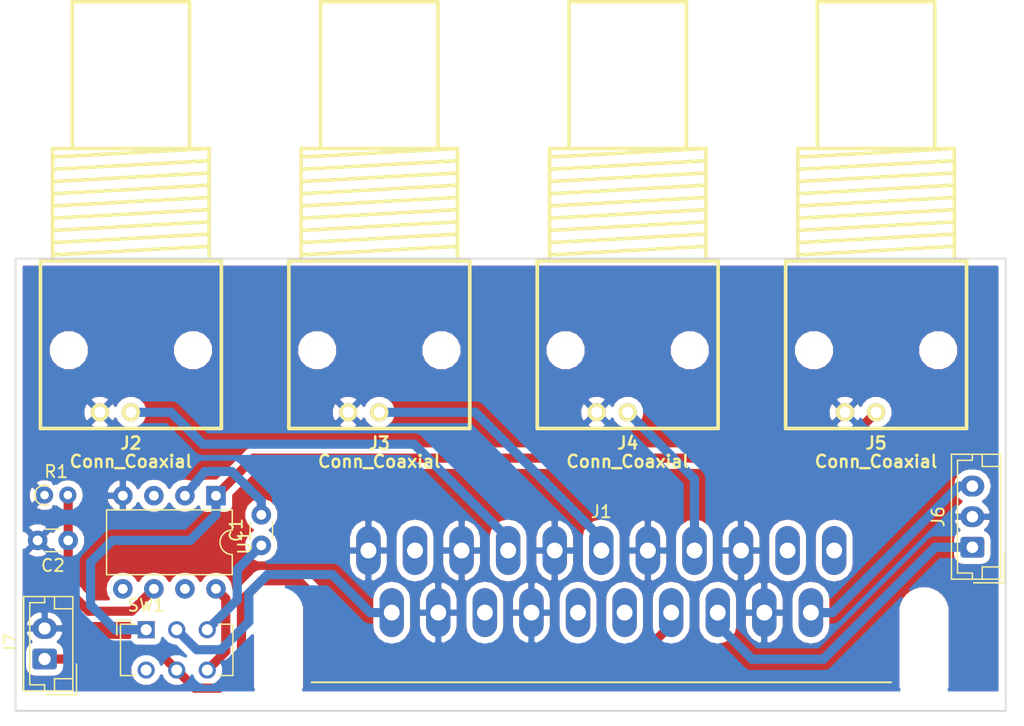
<source format=kicad_pcb>
(kicad_pcb (version 20171130) (host pcbnew 5.0.1)

  (general
    (thickness 1.6)
    (drawings 4)
    (tracks 71)
    (zones 0)
    (modules 12)
    (nets 24)
  )

  (page A4)
  (layers
    (0 F.Cu signal)
    (31 B.Cu signal)
    (32 B.Adhes user)
    (33 F.Adhes user)
    (34 B.Paste user)
    (35 F.Paste user)
    (36 B.SilkS user)
    (37 F.SilkS user)
    (38 B.Mask user)
    (39 F.Mask user)
    (40 Dwgs.User user)
    (41 Cmts.User user)
    (42 Eco1.User user)
    (43 Eco2.User user)
    (44 Edge.Cuts user)
    (45 Margin user)
    (46 B.CrtYd user)
    (47 F.CrtYd user)
    (48 B.Fab user)
    (49 F.Fab user)
  )

  (setup
    (last_trace_width 0.25)
    (user_trace_width 0.5)
    (user_trace_width 0.75)
    (trace_clearance 0.2)
    (zone_clearance 0.508)
    (zone_45_only no)
    (trace_min 0.2)
    (segment_width 0.2)
    (edge_width 0.15)
    (via_size 0.6)
    (via_drill 0.4)
    (via_min_size 0.4)
    (via_min_drill 0.3)
    (uvia_size 0.3)
    (uvia_drill 0.1)
    (uvias_allowed no)
    (uvia_min_size 0.2)
    (uvia_min_drill 0.1)
    (pcb_text_width 0.3)
    (pcb_text_size 1.5 1.5)
    (mod_edge_width 0.15)
    (mod_text_size 1 1)
    (mod_text_width 0.15)
    (pad_size 2.2 2.2)
    (pad_drill 1.5)
    (pad_to_mask_clearance 0.2)
    (solder_mask_min_width 0.25)
    (aux_axis_origin 0 0)
    (visible_elements 7FFFFFFF)
    (pcbplotparams
      (layerselection 0x010f0_80000001)
      (usegerberextensions true)
      (usegerberattributes false)
      (usegerberadvancedattributes false)
      (creategerberjobfile false)
      (excludeedgelayer true)
      (linewidth 0.100000)
      (plotframeref false)
      (viasonmask false)
      (mode 1)
      (useauxorigin false)
      (hpglpennumber 1)
      (hpglpenspeed 20)
      (hpglpendiameter 15.000000)
      (psnegative false)
      (psa4output false)
      (plotreference true)
      (plotvalue true)
      (plotinvisibletext false)
      (padsonsilk false)
      (subtractmaskfromsilk false)
      (outputformat 1)
      (mirror false)
      (drillshape 0)
      (scaleselection 1)
      (outputdirectory "Gerbers/"))
  )

  (net 0 "")
  (net 1 GND)
  (net 2 RED)
  (net 3 SYNC)
  (net 4 GREEN)
  (net 5 BLUE)
  (net 6 "Net-(J1-Pad1)")
  (net 7 "Net-(J1-Pad16)")
  (net 8 "Net-(J1-Pad8)")
  (net 9 "Net-(J1-Pad10)")
  (net 10 "Net-(J1-Pad12)")
  (net 11 "Net-(J1-Pad3)")
  (net 12 "Net-(J1-Pad19)")
  (net 13 "Net-(J1-Pad20)")
  (net 14 "Net-(J1-Pad2)")
  (net 15 "Net-(J1-Pad6)")
  (net 16 "Net-(C2-Pad1)")
  (net 17 "Net-(U1-Pad5)")
  (net 18 "Net-(C1-Pad2)")
  (net 19 "Net-(U1-Pad3)")
  (net 20 "Net-(U1-Pad7)")
  (net 21 "Net-(SW1-Pad6)")
  (net 22 "Net-(C1-Pad1)")
  (net 23 "Net-(SW1-Pad4)")

  (net_class Default "This is the default net class."
    (clearance 0.2)
    (trace_width 0.25)
    (via_dia 0.6)
    (via_drill 0.4)
    (uvia_dia 0.3)
    (uvia_drill 0.1)
    (add_net BLUE)
    (add_net GND)
    (add_net GREEN)
    (add_net "Net-(C1-Pad1)")
    (add_net "Net-(C1-Pad2)")
    (add_net "Net-(C2-Pad1)")
    (add_net "Net-(J1-Pad1)")
    (add_net "Net-(J1-Pad10)")
    (add_net "Net-(J1-Pad12)")
    (add_net "Net-(J1-Pad16)")
    (add_net "Net-(J1-Pad19)")
    (add_net "Net-(J1-Pad2)")
    (add_net "Net-(J1-Pad20)")
    (add_net "Net-(J1-Pad3)")
    (add_net "Net-(J1-Pad6)")
    (add_net "Net-(J1-Pad8)")
    (add_net "Net-(SW1-Pad4)")
    (add_net "Net-(SW1-Pad6)")
    (add_net "Net-(U1-Pad3)")
    (add_net "Net-(U1-Pad5)")
    (add_net "Net-(U1-Pad7)")
    (add_net RED)
    (add_net SYNC)
  )

  (module Button_Switch_THT:SW_CuK_JS202011AQN_DPDT_Angled (layer F.Cu) (tedit 5A02FE31) (tstamp 5C7C184F)
    (at 92.6865 106.3645)
    (descr "CuK sub miniature slide switch, JS series, DPDT, right angle, http://www.ckswitches.com/media/1422/js.pdf")
    (tags "switch DPDT")
    (path /5C75001B)
    (fp_text reference SW1 (at 0 -2) (layer F.SilkS)
      (effects (font (size 1 1) (thickness 0.15)))
    )
    (fp_text value SW_DPDT_x2 (at 2.25 6.75) (layer F.Fab)
      (effects (font (size 1 1) (thickness 0.15)))
    )
    (fp_line (start -1 -0.35) (end -2 0.65) (layer F.Fab) (width 0.1))
    (fp_line (start 7.25 4.25) (end 4.5 4.25) (layer F.CrtYd) (width 0.05))
    (fp_line (start 7.25 -0.95) (end 7.25 4.25) (layer F.CrtYd) (width 0.05))
    (fp_line (start -2.25 -0.95) (end 7.25 -0.95) (layer F.CrtYd) (width 0.05))
    (fp_line (start -2.25 4.25) (end -2.25 -0.95) (layer F.CrtYd) (width 0.05))
    (fp_line (start 0.5 4.25) (end -2.25 4.25) (layer F.CrtYd) (width 0.05))
    (fp_line (start 4.5 6) (end 0.5 6) (layer F.CrtYd) (width 0.05))
    (fp_line (start 4.5 6) (end 4.5 4.25) (layer F.CrtYd) (width 0.05))
    (fp_line (start 2.25 5.65) (end 2.25 3.65) (layer F.Fab) (width 0.1))
    (fp_line (start 0.75 5.65) (end 2.25 5.65) (layer F.Fab) (width 0.1))
    (fp_line (start 0.75 3.65) (end 0.75 5.65) (layer F.Fab) (width 0.1))
    (fp_line (start -2.4 -0.75) (end -2.4 0.45) (layer F.SilkS) (width 0.12))
    (fp_line (start -1.2 -0.75) (end -2.4 -0.75) (layer F.SilkS) (width 0.12))
    (fp_line (start 7.1 3.75) (end 5.9 3.75) (layer F.SilkS) (width 0.12))
    (fp_line (start 7.1 -0.45) (end 7.1 3.75) (layer F.SilkS) (width 0.12))
    (fp_line (start 5.9 -0.45) (end 7.1 -0.45) (layer F.SilkS) (width 0.12))
    (fp_line (start -2.1 3.75) (end -0.9 3.75) (layer F.SilkS) (width 0.12))
    (fp_line (start -2.1 -0.45) (end -2.1 3.75) (layer F.SilkS) (width 0.12))
    (fp_line (start -0.9 -0.45) (end -2.1 -0.45) (layer F.SilkS) (width 0.12))
    (fp_text user %R (at 2.5 1.75) (layer F.Fab)
      (effects (font (size 1 1) (thickness 0.15)))
    )
    (fp_line (start -2 3.65) (end -2 0.65) (layer F.Fab) (width 0.1))
    (fp_line (start 7 3.65) (end -2 3.65) (layer F.Fab) (width 0.1))
    (fp_line (start 7 -0.35) (end 7 3.65) (layer F.Fab) (width 0.1))
    (fp_line (start -1 -0.35) (end 7 -0.35) (layer F.Fab) (width 0.1))
    (fp_line (start 0.5 4.25) (end 0.5 6) (layer F.CrtYd) (width 0.05))
    (pad 1 thru_hole rect (at 0 0) (size 1.4 1.4) (drill 0.9) (layers *.Cu *.Mask)
      (net 3 SYNC))
    (pad 2 thru_hole circle (at 2.5 0) (size 1.4 1.4) (drill 0.9) (layers *.Cu *.Mask)
      (net 13 "Net-(J1-Pad20)"))
    (pad 3 thru_hole circle (at 5 0) (size 1.4 1.4) (drill 0.9) (layers *.Cu *.Mask)
      (net 22 "Net-(C1-Pad1)"))
    (pad 4 thru_hole circle (at 0 3.3) (size 1.4 1.4) (drill 0.9) (layers *.Cu *.Mask)
      (net 23 "Net-(SW1-Pad4)"))
    (pad 5 thru_hole circle (at 2.5 3.3) (size 1.4 1.4) (drill 0.9) (layers *.Cu *.Mask)
      (net 8 "Net-(J1-Pad8)"))
    (pad 6 thru_hole circle (at 5 3.3) (size 1.4 1.4) (drill 0.9) (layers *.Cu *.Mask)
      (net 21 "Net-(SW1-Pad6)"))
    (model ${KISYS3DMOD}/Button_Switch_THT.3dshapes/SW_CuK_JS202011AQN_DPDT_Angled.wrl
      (at (xyz 0 0 0))
      (scale (xyz 1 1 1))
      (rotate (xyz 0 0 0))
    )
  )

  (module Capacitor_THT:C_Disc_D3.0mm_W1.6mm_P2.50mm (layer F.Cu) (tedit 5AE50EF0) (tstamp 5C7C19F0)
    (at 86.3092 99.06 180)
    (descr "C, Disc series, Radial, pin pitch=2.50mm, , diameter*width=3.0*1.6mm^2, Capacitor, http://www.vishay.com/docs/45233/krseries.pdf")
    (tags "C Disc series Radial pin pitch 2.50mm  diameter 3.0mm width 1.6mm Capacitor")
    (path /5C74EC46)
    (fp_text reference C2 (at 1.25 -2.05 180) (layer F.SilkS)
      (effects (font (size 1 1) (thickness 0.15)))
    )
    (fp_text value 0.1uF (at 1.25 2.05 90) (layer F.Fab)
      (effects (font (size 1 1) (thickness 0.15)))
    )
    (fp_text user %R (at 1.25 0) (layer F.Fab)
      (effects (font (size 0.6 0.6) (thickness 0.09)))
    )
    (fp_line (start 3.55 -1.05) (end -1.05 -1.05) (layer F.CrtYd) (width 0.05))
    (fp_line (start 3.55 1.05) (end 3.55 -1.05) (layer F.CrtYd) (width 0.05))
    (fp_line (start -1.05 1.05) (end 3.55 1.05) (layer F.CrtYd) (width 0.05))
    (fp_line (start -1.05 -1.05) (end -1.05 1.05) (layer F.CrtYd) (width 0.05))
    (fp_line (start 0.621 0.92) (end 1.879 0.92) (layer F.SilkS) (width 0.12))
    (fp_line (start 0.621 -0.92) (end 1.879 -0.92) (layer F.SilkS) (width 0.12))
    (fp_line (start 2.75 -0.8) (end -0.25 -0.8) (layer F.Fab) (width 0.1))
    (fp_line (start 2.75 0.8) (end 2.75 -0.8) (layer F.Fab) (width 0.1))
    (fp_line (start -0.25 0.8) (end 2.75 0.8) (layer F.Fab) (width 0.1))
    (fp_line (start -0.25 -0.8) (end -0.25 0.8) (layer F.Fab) (width 0.1))
    (pad 2 thru_hole circle (at 2.5 0 180) (size 1.6 1.6) (drill 0.8) (layers *.Cu *.Mask)
      (net 1 GND))
    (pad 1 thru_hole circle (at 0 0 180) (size 1.6 1.6) (drill 0.8) (layers *.Cu *.Mask)
      (net 16 "Net-(C2-Pad1)"))
    (model ${KISYS3DMOD}/Capacitor_THT.3dshapes/C_Disc_D3.0mm_W1.6mm_P2.50mm.wrl
      (at (xyz 0 0 0))
      (scale (xyz 1 1 1))
      (rotate (xyz 0 0 0))
    )
  )

  (module Capacitor_THT:C_Disc_D3.0mm_W1.6mm_P2.50mm (layer F.Cu) (tedit 5AE50EF0) (tstamp 5C7C2B23)
    (at 102.108 99.4664 90)
    (descr "C, Disc series, Radial, pin pitch=2.50mm, , diameter*width=3.0*1.6mm^2, Capacitor, http://www.vishay.com/docs/45233/krseries.pdf")
    (tags "C Disc series Radial pin pitch 2.50mm  diameter 3.0mm width 1.6mm Capacitor")
    (path /5C74F422)
    (fp_text reference C1 (at 1.25 -2.05 90) (layer F.SilkS)
      (effects (font (size 1 1) (thickness 0.15)))
    )
    (fp_text value 0.1uF (at 1.25 2.05 90) (layer F.Fab)
      (effects (font (size 1 1) (thickness 0.15)))
    )
    (fp_line (start -0.25 -0.8) (end -0.25 0.8) (layer F.Fab) (width 0.1))
    (fp_line (start -0.25 0.8) (end 2.75 0.8) (layer F.Fab) (width 0.1))
    (fp_line (start 2.75 0.8) (end 2.75 -0.8) (layer F.Fab) (width 0.1))
    (fp_line (start 2.75 -0.8) (end -0.25 -0.8) (layer F.Fab) (width 0.1))
    (fp_line (start 0.621 -0.92) (end 1.879 -0.92) (layer F.SilkS) (width 0.12))
    (fp_line (start 0.621 0.92) (end 1.879 0.92) (layer F.SilkS) (width 0.12))
    (fp_line (start -1.05 -1.05) (end -1.05 1.05) (layer F.CrtYd) (width 0.05))
    (fp_line (start -1.05 1.05) (end 3.55 1.05) (layer F.CrtYd) (width 0.05))
    (fp_line (start 3.55 1.05) (end 3.55 -1.05) (layer F.CrtYd) (width 0.05))
    (fp_line (start 3.55 -1.05) (end -1.05 -1.05) (layer F.CrtYd) (width 0.05))
    (fp_text user %R (at 1.25 0 90) (layer F.Fab)
      (effects (font (size 0.6 0.6) (thickness 0.09)))
    )
    (pad 1 thru_hole circle (at 0 0 90) (size 1.6 1.6) (drill 0.8) (layers *.Cu *.Mask)
      (net 22 "Net-(C1-Pad1)"))
    (pad 2 thru_hole circle (at 2.5 0 90) (size 1.6 1.6) (drill 0.8) (layers *.Cu *.Mask)
      (net 18 "Net-(C1-Pad2)"))
    (model ${KISYS3DMOD}/Capacitor_THT.3dshapes/C_Disc_D3.0mm_W1.6mm_P2.50mm.wrl
      (at (xyz 0 0 0))
      (scale (xyz 1 1 1))
      (rotate (xyz 0 0 0))
    )
  )

  (module Connector_JST:JST_EH_B02B-EH-A_1x02_P2.50mm_Vertical (layer F.Cu) (tedit 5B772AC7) (tstamp 5C7C1043)
    (at 84.3788 108.7628 90)
    (descr "JST EH series connector, B02B-EH-A (http://www.jst-mfg.com/product/pdf/eng/eEH.pdf), generated with kicad-footprint-generator")
    (tags "connector JST EH side entry")
    (path /5C74DAFA)
    (fp_text reference J7 (at 1.25 -2.8 90) (layer F.SilkS)
      (effects (font (size 1 1) (thickness 0.15)))
    )
    (fp_text value Conn_01x02_Male (at 1.25 3.4 90) (layer F.Fab)
      (effects (font (size 1 1) (thickness 0.15)))
    )
    (fp_line (start -2.5 -1.6) (end -2.5 2.2) (layer F.Fab) (width 0.1))
    (fp_line (start -2.5 2.2) (end 5 2.2) (layer F.Fab) (width 0.1))
    (fp_line (start 5 2.2) (end 5 -1.6) (layer F.Fab) (width 0.1))
    (fp_line (start 5 -1.6) (end -2.5 -1.6) (layer F.Fab) (width 0.1))
    (fp_line (start -3 -2.1) (end -3 2.7) (layer F.CrtYd) (width 0.05))
    (fp_line (start -3 2.7) (end 5.5 2.7) (layer F.CrtYd) (width 0.05))
    (fp_line (start 5.5 2.7) (end 5.5 -2.1) (layer F.CrtYd) (width 0.05))
    (fp_line (start 5.5 -2.1) (end -3 -2.1) (layer F.CrtYd) (width 0.05))
    (fp_line (start -2.61 -1.71) (end -2.61 2.31) (layer F.SilkS) (width 0.12))
    (fp_line (start -2.61 2.31) (end 5.11 2.31) (layer F.SilkS) (width 0.12))
    (fp_line (start 5.11 2.31) (end 5.11 -1.71) (layer F.SilkS) (width 0.12))
    (fp_line (start 5.11 -1.71) (end -2.61 -1.71) (layer F.SilkS) (width 0.12))
    (fp_line (start -2.61 0) (end -2.11 0) (layer F.SilkS) (width 0.12))
    (fp_line (start -2.11 0) (end -2.11 -1.21) (layer F.SilkS) (width 0.12))
    (fp_line (start -2.11 -1.21) (end 4.61 -1.21) (layer F.SilkS) (width 0.12))
    (fp_line (start 4.61 -1.21) (end 4.61 0) (layer F.SilkS) (width 0.12))
    (fp_line (start 4.61 0) (end 5.11 0) (layer F.SilkS) (width 0.12))
    (fp_line (start -2.61 0.81) (end -1.61 0.81) (layer F.SilkS) (width 0.12))
    (fp_line (start -1.61 0.81) (end -1.61 2.31) (layer F.SilkS) (width 0.12))
    (fp_line (start 5.11 0.81) (end 4.11 0.81) (layer F.SilkS) (width 0.12))
    (fp_line (start 4.11 0.81) (end 4.11 2.31) (layer F.SilkS) (width 0.12))
    (fp_line (start -2.91 0.11) (end -2.91 2.61) (layer F.SilkS) (width 0.12))
    (fp_line (start -2.91 2.61) (end -0.41 2.61) (layer F.SilkS) (width 0.12))
    (fp_line (start -2.91 0.11) (end -2.91 2.61) (layer F.Fab) (width 0.1))
    (fp_line (start -2.91 2.61) (end -0.41 2.61) (layer F.Fab) (width 0.1))
    (fp_text user %R (at 1.25 1.5 270) (layer F.Fab)
      (effects (font (size 1 1) (thickness 0.15)))
    )
    (pad 1 thru_hole roundrect (at 0 0 90) (size 1.7 2) (drill 1) (layers *.Cu *.Mask) (roundrect_rratio 0.147059)
      (net 8 "Net-(J1-Pad8)"))
    (pad 2 thru_hole oval (at 2.5 0 90) (size 1.7 2) (drill 1) (layers *.Cu *.Mask)
      (net 1 GND))
    (model ${KISYS3DMOD}/Connector_JST.3dshapes/JST_EH_B02B-EH-A_1x02_P2.50mm_Vertical.wrl
      (at (xyz 0 0 0))
      (scale (xyz 1 1 1))
      (rotate (xyz 0 0 0))
    )
  )

  (module Connector_JST:JST_EH_B03B-EH-A_1x03_P2.50mm_Vertical (layer F.Cu) (tedit 5B772AC7) (tstamp 5C7C099C)
    (at 160.274 99.6188 90)
    (descr "JST EH series connector, B03B-EH-A (http://www.jst-mfg.com/product/pdf/eng/eEH.pdf), generated with kicad-footprint-generator")
    (tags "connector JST EH side entry")
    (path /5C652866)
    (fp_text reference J6 (at 2.5 -2.8 90) (layer F.SilkS)
      (effects (font (size 1 1) (thickness 0.15)))
    )
    (fp_text value Conn_01x03_Male (at 2.5 3.4 90) (layer F.Fab)
      (effects (font (size 1 1) (thickness 0.15)))
    )
    (fp_line (start -2.5 -1.6) (end -2.5 2.2) (layer F.Fab) (width 0.1))
    (fp_line (start -2.5 2.2) (end 7.5 2.2) (layer F.Fab) (width 0.1))
    (fp_line (start 7.5 2.2) (end 7.5 -1.6) (layer F.Fab) (width 0.1))
    (fp_line (start 7.5 -1.6) (end -2.5 -1.6) (layer F.Fab) (width 0.1))
    (fp_line (start -3 -2.1) (end -3 2.7) (layer F.CrtYd) (width 0.05))
    (fp_line (start -3 2.7) (end 8 2.7) (layer F.CrtYd) (width 0.05))
    (fp_line (start 8 2.7) (end 8 -2.1) (layer F.CrtYd) (width 0.05))
    (fp_line (start 8 -2.1) (end -3 -2.1) (layer F.CrtYd) (width 0.05))
    (fp_line (start -2.61 -1.71) (end -2.61 2.31) (layer F.SilkS) (width 0.12))
    (fp_line (start -2.61 2.31) (end 7.61 2.31) (layer F.SilkS) (width 0.12))
    (fp_line (start 7.61 2.31) (end 7.61 -1.71) (layer F.SilkS) (width 0.12))
    (fp_line (start 7.61 -1.71) (end -2.61 -1.71) (layer F.SilkS) (width 0.12))
    (fp_line (start -2.61 0) (end -2.11 0) (layer F.SilkS) (width 0.12))
    (fp_line (start -2.11 0) (end -2.11 -1.21) (layer F.SilkS) (width 0.12))
    (fp_line (start -2.11 -1.21) (end 7.11 -1.21) (layer F.SilkS) (width 0.12))
    (fp_line (start 7.11 -1.21) (end 7.11 0) (layer F.SilkS) (width 0.12))
    (fp_line (start 7.11 0) (end 7.61 0) (layer F.SilkS) (width 0.12))
    (fp_line (start -2.61 0.81) (end -1.61 0.81) (layer F.SilkS) (width 0.12))
    (fp_line (start -1.61 0.81) (end -1.61 2.31) (layer F.SilkS) (width 0.12))
    (fp_line (start 7.61 0.81) (end 6.61 0.81) (layer F.SilkS) (width 0.12))
    (fp_line (start 6.61 0.81) (end 6.61 2.31) (layer F.SilkS) (width 0.12))
    (fp_line (start -2.91 0.11) (end -2.91 2.61) (layer F.SilkS) (width 0.12))
    (fp_line (start -2.91 2.61) (end -0.41 2.61) (layer F.SilkS) (width 0.12))
    (fp_line (start -2.91 0.11) (end -2.91 2.61) (layer F.Fab) (width 0.1))
    (fp_line (start -2.91 2.61) (end -0.41 2.61) (layer F.Fab) (width 0.1))
    (fp_text user %R (at 2.5 1.5 90) (layer F.Fab)
      (effects (font (size 1 1) (thickness 0.15)))
    )
    (pad 1 thru_hole roundrect (at 0 0 90) (size 1.7 1.95) (drill 0.95) (layers *.Cu *.Mask) (roundrect_rratio 0.147059)
      (net 15 "Net-(J1-Pad6)"))
    (pad 2 thru_hole oval (at 2.5 0 90) (size 1.7 1.95) (drill 0.95) (layers *.Cu *.Mask)
      (net 1 GND))
    (pad 3 thru_hole oval (at 5 0 90) (size 1.7 1.95) (drill 0.95) (layers *.Cu *.Mask)
      (net 14 "Net-(J1-Pad2)"))
    (model ${KISYS3DMOD}/Connector_JST.3dshapes/JST_EH_B03B-EH-A_1x03_P2.50mm_Vertical.wrl
      (at (xyz 0 0 0))
      (scale (xyz 1 1 1))
      (rotate (xyz 0 0 0))
    )
  )

  (module Package_DIP:DIP-8_W7.62mm (layer F.Cu) (tedit 5A02E8C5) (tstamp 5C7C1C6D)
    (at 98.3996 95.4024 270)
    (descr "8-lead though-hole mounted DIP package, row spacing 7.62 mm (300 mils)")
    (tags "THT DIP DIL PDIP 2.54mm 7.62mm 300mil")
    (path /5C74DDC8)
    (fp_text reference U1 (at 3.81 -2.33 270) (layer F.SilkS)
      (effects (font (size 1 1) (thickness 0.15)))
    )
    (fp_text value LM1881 (at 3.81 9.95 270) (layer F.Fab)
      (effects (font (size 1 1) (thickness 0.15)))
    )
    (fp_arc (start 3.81 -1.33) (end 2.81 -1.33) (angle -180) (layer F.SilkS) (width 0.12))
    (fp_line (start 1.635 -1.27) (end 6.985 -1.27) (layer F.Fab) (width 0.1))
    (fp_line (start 6.985 -1.27) (end 6.985 8.89) (layer F.Fab) (width 0.1))
    (fp_line (start 6.985 8.89) (end 0.635 8.89) (layer F.Fab) (width 0.1))
    (fp_line (start 0.635 8.89) (end 0.635 -0.27) (layer F.Fab) (width 0.1))
    (fp_line (start 0.635 -0.27) (end 1.635 -1.27) (layer F.Fab) (width 0.1))
    (fp_line (start 2.81 -1.33) (end 1.16 -1.33) (layer F.SilkS) (width 0.12))
    (fp_line (start 1.16 -1.33) (end 1.16 8.95) (layer F.SilkS) (width 0.12))
    (fp_line (start 1.16 8.95) (end 6.46 8.95) (layer F.SilkS) (width 0.12))
    (fp_line (start 6.46 8.95) (end 6.46 -1.33) (layer F.SilkS) (width 0.12))
    (fp_line (start 6.46 -1.33) (end 4.81 -1.33) (layer F.SilkS) (width 0.12))
    (fp_line (start -1.1 -1.55) (end -1.1 9.15) (layer F.CrtYd) (width 0.05))
    (fp_line (start -1.1 9.15) (end 8.7 9.15) (layer F.CrtYd) (width 0.05))
    (fp_line (start 8.7 9.15) (end 8.7 -1.55) (layer F.CrtYd) (width 0.05))
    (fp_line (start 8.7 -1.55) (end -1.1 -1.55) (layer F.CrtYd) (width 0.05))
    (fp_text user %R (at 3.81 3.81 270) (layer F.Fab)
      (effects (font (size 1 1) (thickness 0.15)))
    )
    (pad 1 thru_hole rect (at 0 0 270) (size 1.6 1.6) (drill 0.8) (layers *.Cu *.Mask)
      (net 3 SYNC))
    (pad 5 thru_hole oval (at 7.62 7.62 270) (size 1.6 1.6) (drill 0.8) (layers *.Cu *.Mask)
      (net 17 "Net-(U1-Pad5)"))
    (pad 2 thru_hole oval (at 0 2.54 270) (size 1.6 1.6) (drill 0.8) (layers *.Cu *.Mask)
      (net 18 "Net-(C1-Pad2)"))
    (pad 6 thru_hole oval (at 7.62 5.08 270) (size 1.6 1.6) (drill 0.8) (layers *.Cu *.Mask)
      (net 16 "Net-(C2-Pad1)"))
    (pad 3 thru_hole oval (at 0 5.08 270) (size 1.6 1.6) (drill 0.8) (layers *.Cu *.Mask)
      (net 19 "Net-(U1-Pad3)"))
    (pad 7 thru_hole oval (at 7.62 2.54 270) (size 1.6 1.6) (drill 0.8) (layers *.Cu *.Mask)
      (net 20 "Net-(U1-Pad7)"))
    (pad 4 thru_hole oval (at 0 7.62 270) (size 1.6 1.6) (drill 0.8) (layers *.Cu *.Mask)
      (net 1 GND))
    (pad 8 thru_hole oval (at 7.62 0 270) (size 1.6 1.6) (drill 0.8) (layers *.Cu *.Mask)
      (net 21 "Net-(SW1-Pad6)"))
    (model ${KISYS3DMOD}/Package_DIP.3dshapes/DIP-8_W7.62mm.wrl
      (at (xyz 0 0 0))
      (scale (xyz 1 1 1))
      (rotate (xyz 0 0 0))
    )
  )

  (module Resistor_THT:R_Axial_DIN0204_L3.6mm_D1.6mm_P1.90mm_Vertical (layer F.Cu) (tedit 5AE5139B) (tstamp 5C7C095F)
    (at 84.3788 95.3516)
    (descr "Resistor, Axial_DIN0204 series, Axial, Vertical, pin pitch=1.9mm, 0.167W, length*diameter=3.6*1.6mm^2, http://cdn-reichelt.de/documents/datenblatt/B400/1_4W%23YAG.pdf")
    (tags "Resistor Axial_DIN0204 series Axial Vertical pin pitch 1.9mm 0.167W length 3.6mm diameter 1.6mm")
    (path /5C74E55F)
    (fp_text reference R1 (at 0.95 -1.92) (layer F.SilkS)
      (effects (font (size 1 1) (thickness 0.15)))
    )
    (fp_text value 680 (at 0.95 1.92) (layer F.Fab)
      (effects (font (size 1 1) (thickness 0.15)))
    )
    (fp_arc (start 0 0) (end 0.417133 -0.7) (angle -233.92106) (layer F.SilkS) (width 0.12))
    (fp_circle (center 0 0) (end 0.8 0) (layer F.Fab) (width 0.1))
    (fp_line (start 0 0) (end 1.9 0) (layer F.Fab) (width 0.1))
    (fp_line (start -1.05 -1.05) (end -1.05 1.05) (layer F.CrtYd) (width 0.05))
    (fp_line (start -1.05 1.05) (end 2.86 1.05) (layer F.CrtYd) (width 0.05))
    (fp_line (start 2.86 1.05) (end 2.86 -1.05) (layer F.CrtYd) (width 0.05))
    (fp_line (start 2.86 -1.05) (end -1.05 -1.05) (layer F.CrtYd) (width 0.05))
    (fp_text user %R (at 0.95 -1.92) (layer F.Fab)
      (effects (font (size 1 1) (thickness 0.15)))
    )
    (pad 1 thru_hole circle (at 0 0) (size 1.4 1.4) (drill 0.7) (layers *.Cu *.Mask)
      (net 1 GND))
    (pad 2 thru_hole oval (at 1.9 0) (size 1.4 1.4) (drill 0.7) (layers *.Cu *.Mask)
      (net 16 "Net-(C2-Pad1)"))
    (model ${KISYS3DMOD}/Resistor_THT.3dshapes/R_Axial_DIN0204_L3.6mm_D1.6mm_P1.90mm_Vertical.wrl
      (at (xyz 0 0 0))
      (scale (xyz 1 1 1))
      (rotate (xyz 0 0 0))
    )
  )

  (module extron-scart:BNC_90 (layer F.Cu) (tedit 0) (tstamp 5C7C0951)
    (at 152.4 76.2 180)
    (descr "BNC connector, Tyco 1-1337543-0")
    (path /5C651E83)
    (fp_text reference J5 (at 0 -14.9 180) (layer F.SilkS)
      (effects (font (size 1 1) (thickness 0.2)))
    )
    (fp_text value Conn_Coaxial (at 0 -16.4 180) (layer F.SilkS)
      (effects (font (size 1 1) (thickness 0.2)))
    )
    (fp_line (start -7.4 0) (end 7.4 0) (layer F.SilkS) (width 0.3))
    (fp_line (start -7.4 -13.7) (end 7.4 -13.7) (layer F.SilkS) (width 0.3))
    (fp_line (start -7.4 -13.7) (end -7.4 0) (layer F.SilkS) (width 0.3))
    (fp_line (start 7.4 0) (end 7.4 -13.7) (layer F.SilkS) (width 0.3))
    (fp_line (start -6.4 9.2) (end 6.4 9.2) (layer F.SilkS) (width 0.3))
    (fp_line (start -4.8 21.2) (end 4.8 21.2) (layer F.SilkS) (width 0.3))
    (fp_line (start -4.8 21.2) (end -4.8 9.2) (layer F.SilkS) (width 0.3))
    (fp_line (start 4.8 21.2) (end 4.8 9.2) (layer F.SilkS) (width 0.3))
    (fp_line (start -6.4 9.2) (end -6.4 0) (layer F.SilkS) (width 0.3))
    (fp_line (start 6.4 9.2) (end 6.4 0) (layer F.SilkS) (width 0.3))
    (fp_line (start -6.4 9.2) (end 6.4 8.5) (layer F.SilkS) (width 0.3))
    (fp_line (start -6.4 8.2) (end 6.4 7.5) (layer F.SilkS) (width 0.3))
    (fp_line (start -6.4 6.2) (end 6.4 5.5) (layer F.SilkS) (width 0.3))
    (fp_line (start -6.4 7.2) (end 6.4 6.5) (layer F.SilkS) (width 0.3))
    (fp_line (start -6.4 3.2) (end 6.4 2.5) (layer F.SilkS) (width 0.3))
    (fp_line (start -6.4 2.2) (end 6.4 1.5) (layer F.SilkS) (width 0.3))
    (fp_line (start -6.4 4.2) (end 6.4 3.5) (layer F.SilkS) (width 0.3))
    (fp_line (start -6.4 5.2) (end 6.4 4.5) (layer F.SilkS) (width 0.3))
    (fp_line (start -6.4 1.2) (end 6.4 0.5) (layer F.SilkS) (width 0.3))
    (pad "" np_thru_hole circle (at -5.08 -7.3 180) (size 2.1 2.1) (drill 2.1) (layers *.Cu *.Mask F.SilkS))
    (pad "" np_thru_hole circle (at 5.08 -7.3 180) (size 2.1 2.1) (drill 2.1) (layers *.Cu *.Mask F.SilkS))
    (pad 2 thru_hole circle (at 2.54 -12.38 180) (size 1.5 1.5) (drill 0.9) (layers *.Cu *.Mask F.SilkS)
      (net 1 GND))
    (pad 1 thru_hole circle (at 0 -12.38 180) (size 1.5 1.5) (drill 0.9) (layers *.Cu *.Mask F.SilkS)
      (net 3 SYNC))
    (model ${KIPRJMOD}/3d_models/bnc_90_1-1337543-0.wrl
      (at (xyz 0 0 0))
      (scale (xyz 1 1 1))
      (rotate (xyz 0 0 0))
    )
  )

  (module extron-scart:BNC_90 (layer F.Cu) (tedit 0) (tstamp 5C7C0936)
    (at 132.08 76.2 180)
    (descr "BNC connector, Tyco 1-1337543-0")
    (path /5C651DB2)
    (fp_text reference J4 (at 0 -14.9 180) (layer F.SilkS)
      (effects (font (size 1 1) (thickness 0.2)))
    )
    (fp_text value Conn_Coaxial (at 0 -16.4 180) (layer F.SilkS)
      (effects (font (size 1 1) (thickness 0.2)))
    )
    (fp_line (start -6.4 1.2) (end 6.4 0.5) (layer F.SilkS) (width 0.3))
    (fp_line (start -6.4 5.2) (end 6.4 4.5) (layer F.SilkS) (width 0.3))
    (fp_line (start -6.4 4.2) (end 6.4 3.5) (layer F.SilkS) (width 0.3))
    (fp_line (start -6.4 2.2) (end 6.4 1.5) (layer F.SilkS) (width 0.3))
    (fp_line (start -6.4 3.2) (end 6.4 2.5) (layer F.SilkS) (width 0.3))
    (fp_line (start -6.4 7.2) (end 6.4 6.5) (layer F.SilkS) (width 0.3))
    (fp_line (start -6.4 6.2) (end 6.4 5.5) (layer F.SilkS) (width 0.3))
    (fp_line (start -6.4 8.2) (end 6.4 7.5) (layer F.SilkS) (width 0.3))
    (fp_line (start -6.4 9.2) (end 6.4 8.5) (layer F.SilkS) (width 0.3))
    (fp_line (start 6.4 9.2) (end 6.4 0) (layer F.SilkS) (width 0.3))
    (fp_line (start -6.4 9.2) (end -6.4 0) (layer F.SilkS) (width 0.3))
    (fp_line (start 4.8 21.2) (end 4.8 9.2) (layer F.SilkS) (width 0.3))
    (fp_line (start -4.8 21.2) (end -4.8 9.2) (layer F.SilkS) (width 0.3))
    (fp_line (start -4.8 21.2) (end 4.8 21.2) (layer F.SilkS) (width 0.3))
    (fp_line (start -6.4 9.2) (end 6.4 9.2) (layer F.SilkS) (width 0.3))
    (fp_line (start 7.4 0) (end 7.4 -13.7) (layer F.SilkS) (width 0.3))
    (fp_line (start -7.4 -13.7) (end -7.4 0) (layer F.SilkS) (width 0.3))
    (fp_line (start -7.4 -13.7) (end 7.4 -13.7) (layer F.SilkS) (width 0.3))
    (fp_line (start -7.4 0) (end 7.4 0) (layer F.SilkS) (width 0.3))
    (pad 1 thru_hole circle (at 0 -12.38 180) (size 1.5 1.5) (drill 0.9) (layers *.Cu *.Mask F.SilkS)
      (net 5 BLUE))
    (pad 2 thru_hole circle (at 2.54 -12.38 180) (size 1.5 1.5) (drill 0.9) (layers *.Cu *.Mask F.SilkS)
      (net 1 GND))
    (pad "" np_thru_hole circle (at 5.08 -7.3 180) (size 2.1 2.1) (drill 2.1) (layers *.Cu *.Mask F.SilkS))
    (pad "" np_thru_hole circle (at -5.08 -7.3 180) (size 2.1 2.1) (drill 2.1) (layers *.Cu *.Mask F.SilkS))
    (model ${KIPRJMOD}/3d_models/bnc_90_1-1337543-0.wrl
      (at (xyz 0 0 0))
      (scale (xyz 1 1 1))
      (rotate (xyz 0 0 0))
    )
  )

  (module extron-scart:BNC_90 (layer F.Cu) (tedit 0) (tstamp 5C7C0D87)
    (at 111.76 76.2 180)
    (descr "BNC connector, Tyco 1-1337543-0")
    (path /5C651D00)
    (fp_text reference J3 (at 0 -14.9 180) (layer F.SilkS)
      (effects (font (size 1 1) (thickness 0.2)))
    )
    (fp_text value Conn_Coaxial (at 0 -16.4 180) (layer F.SilkS)
      (effects (font (size 1 1) (thickness 0.2)))
    )
    (fp_line (start -7.4 0) (end 7.4 0) (layer F.SilkS) (width 0.3))
    (fp_line (start -7.4 -13.7) (end 7.4 -13.7) (layer F.SilkS) (width 0.3))
    (fp_line (start -7.4 -13.7) (end -7.4 0) (layer F.SilkS) (width 0.3))
    (fp_line (start 7.4 0) (end 7.4 -13.7) (layer F.SilkS) (width 0.3))
    (fp_line (start -6.4 9.2) (end 6.4 9.2) (layer F.SilkS) (width 0.3))
    (fp_line (start -4.8 21.2) (end 4.8 21.2) (layer F.SilkS) (width 0.3))
    (fp_line (start -4.8 21.2) (end -4.8 9.2) (layer F.SilkS) (width 0.3))
    (fp_line (start 4.8 21.2) (end 4.8 9.2) (layer F.SilkS) (width 0.3))
    (fp_line (start -6.4 9.2) (end -6.4 0) (layer F.SilkS) (width 0.3))
    (fp_line (start 6.4 9.2) (end 6.4 0) (layer F.SilkS) (width 0.3))
    (fp_line (start -6.4 9.2) (end 6.4 8.5) (layer F.SilkS) (width 0.3))
    (fp_line (start -6.4 8.2) (end 6.4 7.5) (layer F.SilkS) (width 0.3))
    (fp_line (start -6.4 6.2) (end 6.4 5.5) (layer F.SilkS) (width 0.3))
    (fp_line (start -6.4 7.2) (end 6.4 6.5) (layer F.SilkS) (width 0.3))
    (fp_line (start -6.4 3.2) (end 6.4 2.5) (layer F.SilkS) (width 0.3))
    (fp_line (start -6.4 2.2) (end 6.4 1.5) (layer F.SilkS) (width 0.3))
    (fp_line (start -6.4 4.2) (end 6.4 3.5) (layer F.SilkS) (width 0.3))
    (fp_line (start -6.4 5.2) (end 6.4 4.5) (layer F.SilkS) (width 0.3))
    (fp_line (start -6.4 1.2) (end 6.4 0.5) (layer F.SilkS) (width 0.3))
    (pad "" np_thru_hole circle (at -5.08 -7.3 180) (size 2.1 2.1) (drill 2.1) (layers *.Cu *.Mask F.SilkS))
    (pad "" np_thru_hole circle (at 5.08 -7.3 180) (size 2.1 2.1) (drill 2.1) (layers *.Cu *.Mask F.SilkS))
    (pad 2 thru_hole circle (at 2.54 -12.38 180) (size 1.5 1.5) (drill 0.9) (layers *.Cu *.Mask F.SilkS)
      (net 1 GND))
    (pad 1 thru_hole circle (at 0 -12.38 180) (size 1.5 1.5) (drill 0.9) (layers *.Cu *.Mask F.SilkS)
      (net 4 GREEN))
    (model ${KIPRJMOD}/3d_models/bnc_90_1-1337543-0.wrl
      (at (xyz 0 0 0))
      (scale (xyz 1 1 1))
      (rotate (xyz 0 0 0))
    )
  )

  (module extron-scart:BNC_90 (layer F.Cu) (tedit 0) (tstamp 5C7C0900)
    (at 91.44 76.2 180)
    (descr "BNC connector, Tyco 1-1337543-0")
    (path /5C651C5B)
    (fp_text reference J2 (at 0 -14.9 180) (layer F.SilkS)
      (effects (font (size 1 1) (thickness 0.2)))
    )
    (fp_text value Conn_Coaxial (at 0 -16.4 180) (layer F.SilkS)
      (effects (font (size 1 1) (thickness 0.2)))
    )
    (fp_line (start -6.4 1.2) (end 6.4 0.5) (layer F.SilkS) (width 0.3))
    (fp_line (start -6.4 5.2) (end 6.4 4.5) (layer F.SilkS) (width 0.3))
    (fp_line (start -6.4 4.2) (end 6.4 3.5) (layer F.SilkS) (width 0.3))
    (fp_line (start -6.4 2.2) (end 6.4 1.5) (layer F.SilkS) (width 0.3))
    (fp_line (start -6.4 3.2) (end 6.4 2.5) (layer F.SilkS) (width 0.3))
    (fp_line (start -6.4 7.2) (end 6.4 6.5) (layer F.SilkS) (width 0.3))
    (fp_line (start -6.4 6.2) (end 6.4 5.5) (layer F.SilkS) (width 0.3))
    (fp_line (start -6.4 8.2) (end 6.4 7.5) (layer F.SilkS) (width 0.3))
    (fp_line (start -6.4 9.2) (end 6.4 8.5) (layer F.SilkS) (width 0.3))
    (fp_line (start 6.4 9.2) (end 6.4 0) (layer F.SilkS) (width 0.3))
    (fp_line (start -6.4 9.2) (end -6.4 0) (layer F.SilkS) (width 0.3))
    (fp_line (start 4.8 21.2) (end 4.8 9.2) (layer F.SilkS) (width 0.3))
    (fp_line (start -4.8 21.2) (end -4.8 9.2) (layer F.SilkS) (width 0.3))
    (fp_line (start -4.8 21.2) (end 4.8 21.2) (layer F.SilkS) (width 0.3))
    (fp_line (start -6.4 9.2) (end 6.4 9.2) (layer F.SilkS) (width 0.3))
    (fp_line (start 7.4 0) (end 7.4 -13.7) (layer F.SilkS) (width 0.3))
    (fp_line (start -7.4 -13.7) (end -7.4 0) (layer F.SilkS) (width 0.3))
    (fp_line (start -7.4 -13.7) (end 7.4 -13.7) (layer F.SilkS) (width 0.3))
    (fp_line (start -7.4 0) (end 7.4 0) (layer F.SilkS) (width 0.3))
    (pad 1 thru_hole circle (at 0 -12.38 180) (size 1.5 1.5) (drill 0.9) (layers *.Cu *.Mask F.SilkS)
      (net 2 RED))
    (pad 2 thru_hole circle (at 2.54 -12.38 180) (size 1.5 1.5) (drill 0.9) (layers *.Cu *.Mask F.SilkS)
      (net 1 GND))
    (pad "" np_thru_hole circle (at 5.08 -7.3 180) (size 2.1 2.1) (drill 2.1) (layers *.Cu *.Mask F.SilkS))
    (pad "" np_thru_hole circle (at -5.08 -7.3 180) (size 2.1 2.1) (drill 2.1) (layers *.Cu *.Mask F.SilkS))
    (model ${KIPRJMOD}/3d_models/bnc_90_1-1337543-0.wrl
      (at (xyz 0 0 0))
      (scale (xyz 1 1 1))
      (rotate (xyz 0 0 0))
    )
  )

  (module extron-scart:SCART_F_RA (layer F.Cu) (tedit 5B1CAB4F) (tstamp 5C7C08E5)
    (at 129.921 104.9655 180)
    (path /5C652397)
    (fp_text reference J1 (at 0 8.255 180) (layer F.SilkS)
      (effects (font (size 1 1) (thickness 0.15)))
    )
    (fp_text value SCART-F (at 0 -6.985 180) (layer F.Fab)
      (effects (font (size 1 1) (thickness 0.15)))
    )
    (fp_line (start -23.7 -5.7) (end 23.7 -5.7) (layer F.SilkS) (width 0.15))
    (pad "" np_thru_hole oval (at -26.4 -2.825 180) (size 3 8.75) (drill oval 3 8.75) (layers *.Cu *.Mask))
    (pad "" np_thru_hole circle (at 26.4 0.05 180) (size 3 3) (drill 3) (layers *.Cu *.Mask))
    (pad "" np_thru_hole circle (at -26.4 0.05 180) (size 3 3) (drill 3) (layers *.Cu *.Mask))
    (pad "" np_thru_hole circle (at -26.4 -5.7 180) (size 3 3) (drill 3) (layers *.Cu *.Mask))
    (pad 10 thru_hole oval (at -1.905 0 180) (size 2 4) (drill 1.3) (layers *.Cu *.Mask)
      (net 9 "Net-(J1-Pad10)"))
    (pad 12 thru_hole oval (at 1.905 0 180) (size 2 4) (drill 1.3) (layers *.Cu *.Mask)
      (net 10 "Net-(J1-Pad12)"))
    (pad 14 thru_hole oval (at 5.715 0 180) (size 2 4) (drill 1.3) (layers *.Cu *.Mask)
      (net 1 GND))
    (pad 11 thru_hole oval (at 0 5.08 180) (size 2 4) (drill 1.3) (layers *.Cu *.Mask)
      (net 4 GREEN))
    (pad 13 thru_hole oval (at 3.81 5.08 180) (size 2 4) (drill 1.3) (layers *.Cu *.Mask)
      (net 1 GND))
    (pad 15 thru_hole oval (at 7.62 5.08 180) (size 2 4) (drill 1.3) (layers *.Cu *.Mask)
      (net 2 RED))
    (pad 16 thru_hole oval (at 9.525 0 180) (size 2 4) (drill 1.3) (layers *.Cu *.Mask)
      (net 7 "Net-(J1-Pad16)"))
    (pad 17 thru_hole oval (at 11.43 5.08 180) (size 2 4) (drill 1.3) (layers *.Cu *.Mask)
      (net 1 GND))
    (pad 18 thru_hole oval (at 13.335 0 180) (size 2 4) (drill 1.3) (layers *.Cu *.Mask)
      (net 1 GND))
    (pad 19 thru_hole oval (at 15.24 5.08 180) (size 2 4) (drill 1.3) (layers *.Cu *.Mask)
      (net 12 "Net-(J1-Pad19)"))
    (pad 20 thru_hole oval (at 17.145 0 180) (size 2 4) (drill 1.3) (layers *.Cu *.Mask)
      (net 13 "Net-(J1-Pad20)"))
    (pad 21 thru_hole oval (at 19.05 5.08 180) (size 2 4) (drill 1.3) (layers *.Cu *.Mask)
      (net 1 GND))
    (pad 1 thru_hole oval (at -19.05 5.08 180) (size 2 4) (drill 1.3) (layers *.Cu *.Mask)
      (net 6 "Net-(J1-Pad1)"))
    (pad 2 thru_hole oval (at -17.145 0 180) (size 2 4) (drill 1.3) (layers *.Cu *.Mask)
      (net 14 "Net-(J1-Pad2)"))
    (pad 3 thru_hole oval (at -15.24 5.08 180) (size 2 4) (drill 1.3) (layers *.Cu *.Mask)
      (net 11 "Net-(J1-Pad3)"))
    (pad 4 thru_hole oval (at -13.335 0 180) (size 2 4) (drill 1.3) (layers *.Cu *.Mask)
      (net 1 GND))
    (pad 5 thru_hole oval (at -11.43 5.08 180) (size 2 4) (drill 1.3) (layers *.Cu *.Mask)
      (net 1 GND))
    (pad 6 thru_hole oval (at -9.525 0 180) (size 2 4) (drill 1.3) (layers *.Cu *.Mask)
      (net 15 "Net-(J1-Pad6)"))
    (pad 7 thru_hole oval (at -7.62 5.08 180) (size 2 4) (drill 1.3) (layers *.Cu *.Mask)
      (net 5 BLUE))
    (pad 8 thru_hole oval (at -5.715 0 180) (size 2 4) (drill 1.3) (layers *.Cu *.Mask)
      (net 8 "Net-(J1-Pad8)"))
    (pad 9 thru_hole oval (at -3.81 5.08 180) (size 2 4) (drill 1.3) (layers *.Cu *.Mask)
      (net 1 GND))
    (pad "" np_thru_hole circle (at 26.4 -5.7 180) (size 3 3) (drill 3) (layers *.Cu *.Mask))
    (pad "" np_thru_hole oval (at 26.4 -2.825 180) (size 3 8.75) (drill oval 3 8.75) (layers *.Cu *.Mask))
    (model ${KIPRJMOD}/3d_models/scart.wrl
      (offset (xyz 0 2.2 0))
      (scale (xyz 1 1 1))
      (rotate (xyz 0 0 180))
    )
  )

  (gr_line (start 82 76) (end 163 76) (layer Edge.Cuts) (width 0.15))
  (gr_line (start 82 113) (end 82 76) (layer Edge.Cuts) (width 0.15))
  (gr_line (start 163 113) (end 82 113) (layer Edge.Cuts) (width 0.15))
  (gr_line (start 163 76) (end 163 113) (layer Edge.Cuts) (width 0.15))

  (segment (start 122.301 98.8855) (end 122.301 99.8855) (width 0.75) (layer B.Cu) (net 2))
  (segment (start 97.3328 91.186) (end 114.6015 91.186) (width 0.75) (layer B.Cu) (net 2))
  (segment (start 91.44 88.58) (end 94.7268 88.58) (width 0.75) (layer B.Cu) (net 2))
  (segment (start 114.6015 91.186) (end 122.301 98.8855) (width 0.75) (layer B.Cu) (net 2))
  (segment (start 94.7268 88.58) (end 97.3328 91.186) (width 0.75) (layer B.Cu) (net 2))
  (segment (start 101.473 92.329) (end 98.3996 95.4024) (width 0.75) (layer F.Cu) (net 3))
  (segment (start 152.4 88.58) (end 148.651 92.329) (width 0.75) (layer F.Cu) (net 3))
  (segment (start 148.651 92.329) (end 101.473 92.329) (width 0.75) (layer F.Cu) (net 3))
  (segment (start 98.3996 96.9524) (end 98.3996 95.4024) (width 0.75) (layer B.Cu) (net 3))
  (segment (start 90.1593 106.3645) (end 88.138 104.3432) (width 0.75) (layer B.Cu) (net 3))
  (segment (start 89.916 99.06) (end 96.292 99.06) (width 0.75) (layer B.Cu) (net 3))
  (segment (start 92.6865 106.3645) (end 90.1593 106.3645) (width 0.75) (layer B.Cu) (net 3))
  (segment (start 88.138 104.3432) (end 88.138 100.838) (width 0.75) (layer B.Cu) (net 3))
  (segment (start 88.138 100.838) (end 89.916 99.06) (width 0.75) (layer B.Cu) (net 3))
  (segment (start 96.292 99.06) (end 98.3996 96.9524) (width 0.75) (layer B.Cu) (net 3))
  (segment (start 129.921 98.8855) (end 129.921 99.8855) (width 0.75) (layer B.Cu) (net 4))
  (segment (start 119.6155 88.58) (end 129.921 98.8855) (width 0.75) (layer B.Cu) (net 4))
  (segment (start 111.76 88.58) (end 119.6155 88.58) (width 0.75) (layer B.Cu) (net 4))
  (segment (start 137.541 94.041) (end 137.541 99.8855) (width 0.75) (layer B.Cu) (net 5))
  (segment (start 132.08 88.58) (end 137.541 94.041) (width 0.75) (layer B.Cu) (net 5))
  (segment (start 133.3975 108.204) (end 135.636 105.9655) (width 0.75) (layer F.Cu) (net 8))
  (segment (start 110.998 108.204) (end 133.3975 108.204) (width 0.75) (layer F.Cu) (net 8))
  (segment (start 105.156 102.362) (end 110.998 108.204) (width 0.75) (layer F.Cu) (net 8))
  (segment (start 96.670552 111.148553) (end 98.658221 111.145779) (width 0.75) (layer F.Cu) (net 8))
  (segment (start 100.4824 103.9876) (end 102.108 102.362) (width 0.75) (layer F.Cu) (net 8))
  (segment (start 98.658221 111.145779) (end 100.4824 109.3216) (width 0.75) (layer F.Cu) (net 8))
  (segment (start 135.636 105.9655) (end 135.636 104.9655) (width 0.75) (layer F.Cu) (net 8))
  (segment (start 95.1865 109.6645) (end 96.670552 111.148553) (width 0.75) (layer F.Cu) (net 8))
  (segment (start 100.4824 109.3216) (end 100.4824 103.9876) (width 0.75) (layer F.Cu) (net 8))
  (segment (start 102.108 102.362) (end 105.156 102.362) (width 0.75) (layer F.Cu) (net 8))
  (segment (start 93.5228 108.0008) (end 95.1865 109.6645) (width 0.75) (layer F.Cu) (net 8))
  (segment (start 88.1888 108.0008) (end 93.5228 108.0008) (width 0.75) (layer F.Cu) (net 8))
  (segment (start 84.3788 108.7628) (end 87.4268 108.7628) (width 0.75) (layer F.Cu) (net 8))
  (segment (start 87.4268 108.7628) (end 88.1888 108.0008) (width 0.75) (layer F.Cu) (net 8))
  (segment (start 95.886499 107.064499) (end 95.1865 106.3645) (width 0.75) (layer B.Cu) (net 13))
  (segment (start 96.8228 108.0008) (end 95.886499 107.064499) (width 0.75) (layer B.Cu) (net 13))
  (segment (start 111.026 104.9655) (end 107.9145 101.854) (width 0.75) (layer B.Cu) (net 13))
  (segment (start 112.776 104.9655) (end 111.026 104.9655) (width 0.75) (layer B.Cu) (net 13))
  (segment (start 102.616 101.854) (end 101.092 103.378) (width 0.75) (layer B.Cu) (net 13))
  (segment (start 101.092 103.378) (end 101.092 105.7148) (width 0.75) (layer B.Cu) (net 13))
  (segment (start 98.806 108.0008) (end 96.8228 108.0008) (width 0.75) (layer B.Cu) (net 13))
  (segment (start 107.9145 101.854) (end 102.616 101.854) (width 0.75) (layer B.Cu) (net 13))
  (segment (start 101.092 105.7148) (end 98.806 108.0008) (width 0.75) (layer B.Cu) (net 13))
  (segment (start 159.1627 94.6188) (end 160.274 94.6188) (width 0.75) (layer B.Cu) (net 14))
  (segment (start 147.066 104.9655) (end 148.816 104.9655) (width 0.75) (layer B.Cu) (net 14))
  (segment (start 148.816 104.9655) (end 159.1627 94.6188) (width 0.75) (layer B.Cu) (net 14))
  (segment (start 157.2387 99.6188) (end 160.274 99.6188) (width 0.75) (layer B.Cu) (net 15))
  (segment (start 142.256 108.7755) (end 148.082 108.7755) (width 0.75) (layer B.Cu) (net 15))
  (segment (start 148.082 108.7755) (end 157.2387 99.6188) (width 0.75) (layer B.Cu) (net 15))
  (segment (start 139.446 104.9655) (end 139.446 105.9655) (width 0.75) (layer B.Cu) (net 15))
  (segment (start 139.446 105.9655) (end 142.256 108.7755) (width 0.75) (layer B.Cu) (net 15))
  (segment (start 87.9856 104.8512) (end 86.753599 103.619199) (width 0.75) (layer F.Cu) (net 16))
  (segment (start 93.3196 103.0224) (end 91.4908 104.8512) (width 0.75) (layer F.Cu) (net 16))
  (segment (start 86.753599 103.619199) (end 86.753599 103.568399) (width 0.75) (layer F.Cu) (net 16))
  (segment (start 91.4908 104.8512) (end 87.9856 104.8512) (width 0.75) (layer F.Cu) (net 16))
  (segment (start 86.3092 103.1748) (end 86.3092 99.06) (width 0.75) (layer F.Cu) (net 16))
  (segment (start 86.753599 103.619199) (end 86.3092 103.1748) (width 0.75) (layer F.Cu) (net 16))
  (segment (start 86.3092 95.5244) (end 86.482 95.3516) (width 0.75) (layer F.Cu) (net 16))
  (segment (start 86.3092 95.382) (end 86.2788 95.3516) (width 0.75) (layer F.Cu) (net 16))
  (segment (start 86.3092 99.06) (end 86.3092 95.382) (width 0.75) (layer F.Cu) (net 16))
  (segment (start 102.108 95.83503) (end 102.108 96.9664) (width 0.75) (layer B.Cu) (net 18))
  (segment (start 95.8596 95.4024) (end 97.4852 93.4212) (width 0.75) (layer B.Cu) (net 18))
  (segment (start 99.69417 93.4212) (end 102.108 95.83503) (width 0.75) (layer B.Cu) (net 18))
  (segment (start 97.4852 93.4212) (end 99.69417 93.4212) (width 0.75) (layer B.Cu) (net 18))
  (segment (start 99.199599 108.151401) (end 97.6865 109.6645) (width 0.75) (layer F.Cu) (net 21))
  (segment (start 98.3996 103.0224) (end 99.199599 103.822399) (width 0.75) (layer F.Cu) (net 21))
  (segment (start 99.199599 103.822399) (end 99.199599 108.151401) (width 0.75) (layer F.Cu) (net 21))
  (segment (start 98.386499 105.664501) (end 97.6865 106.3645) (width 0.75) (layer B.Cu) (net 22))
  (segment (start 100.14199 103.90901) (end 98.386499 105.664501) (width 0.75) (layer B.Cu) (net 22))
  (segment (start 100.14199 101.43241) (end 100.14199 103.90901) (width 0.75) (layer B.Cu) (net 22))
  (segment (start 102.108 99.4664) (end 100.14199 101.43241) (width 0.75) (layer B.Cu) (net 22))

  (zone (net 1) (net_name GND) (layer B.Cu) (tstamp 0) (hatch edge 0.508)
    (connect_pads (clearance 0.508))
    (min_thickness 0.254)
    (fill yes (arc_segments 16) (thermal_gap 0.508) (thermal_bridge_width 0.508))
    (polygon
      (pts
        (xy 81.8388 75.8444) (xy 163.1696 75.7936) (xy 163.1696 112.1664) (xy 81.8388 112.1664)
      )
    )
    (filled_polygon
      (pts
        (xy 162.290001 111.29) (xy 158.373606 111.29) (xy 158.373953 111.288257) (xy 158.456 111.090178) (xy 158.456 104.490822)
        (xy 158.373953 104.292743) (xy 158.332126 104.082464) (xy 158.213013 103.904199) (xy 158.130966 103.70612) (xy 157.979362 103.554516)
        (xy 157.860249 103.376251) (xy 157.681984 103.257138) (xy 157.53038 103.105534) (xy 157.332301 103.023487) (xy 157.154036 102.904374)
        (xy 156.943757 102.862547) (xy 156.745678 102.7805) (xy 156.531279 102.7805) (xy 156.321 102.738673) (xy 156.110722 102.7805)
        (xy 155.896322 102.7805) (xy 155.698242 102.862547) (xy 155.487965 102.904374) (xy 155.309701 103.023486) (xy 155.2289 103.056955)
        (xy 157.657055 100.6288) (xy 158.764351 100.6288) (xy 158.914414 100.853386) (xy 159.205565 101.047926) (xy 159.549 101.11624)
        (xy 160.999 101.11624) (xy 161.342435 101.047926) (xy 161.633586 100.853386) (xy 161.828126 100.562235) (xy 161.89644 100.2188)
        (xy 161.89644 99.0188) (xy 161.828126 98.675365) (xy 161.633586 98.384214) (xy 161.367789 98.206615) (xy 161.601497 97.989993)
        (xy 161.840476 97.47569) (xy 161.719155 97.2458) (xy 160.401 97.2458) (xy 160.401 97.2658) (xy 160.147 97.2658)
        (xy 160.147 97.2458) (xy 158.828845 97.2458) (xy 158.707524 97.47569) (xy 158.946503 97.989993) (xy 159.180211 98.206615)
        (xy 158.914414 98.384214) (xy 158.764351 98.6088) (xy 157.33817 98.6088) (xy 157.238699 98.589014) (xy 157.139228 98.6088)
        (xy 157.139224 98.6088) (xy 156.844618 98.667401) (xy 156.510531 98.890631) (xy 156.454182 98.974963) (xy 147.663645 107.7655)
        (xy 142.674355 107.7655) (xy 141.073432 106.164577) (xy 141.081 106.126531) (xy 141.081 105.0925) (xy 141.621 105.0925)
        (xy 141.621 106.0925) (xy 141.794058 106.70852) (xy 142.189683 107.211422) (xy 142.747645 107.524644) (xy 142.875566 107.555624)
        (xy 143.129 107.436277) (xy 143.129 105.0925) (xy 143.383 105.0925) (xy 143.383 107.436277) (xy 143.636434 107.555624)
        (xy 143.764355 107.524644) (xy 144.322317 107.211422) (xy 144.717942 106.70852) (xy 144.881439 106.12653) (xy 145.431 106.12653)
        (xy 145.525864 106.603444) (xy 145.887231 107.144269) (xy 146.428055 107.505636) (xy 147.066 107.632531) (xy 147.703944 107.505636)
        (xy 148.244769 107.144269) (xy 148.606136 106.603445) (xy 148.701 106.126531) (xy 148.701 105.9755) (xy 148.716529 105.9755)
        (xy 148.816 105.995286) (xy 148.915471 105.9755) (xy 148.915476 105.9755) (xy 149.210082 105.916899) (xy 149.544169 105.693669)
        (xy 149.600518 105.609337) (xy 158.932836 96.27702) (xy 158.707524 96.76191) (xy 158.828845 96.9918) (xy 160.147 96.9918)
        (xy 160.147 96.9718) (xy 160.401 96.9718) (xy 160.401 96.9918) (xy 161.719155 96.9918) (xy 161.840476 96.76191)
        (xy 161.601497 96.247607) (xy 161.196313 95.872046) (xy 161.469625 95.689425) (xy 161.797839 95.198218) (xy 161.913092 94.6188)
        (xy 161.797839 94.039382) (xy 161.469625 93.548175) (xy 160.978418 93.219961) (xy 160.545256 93.1338) (xy 160.002744 93.1338)
        (xy 159.569582 93.219961) (xy 159.078375 93.548175) (xy 159.03398 93.614617) (xy 158.768618 93.667401) (xy 158.768616 93.667402)
        (xy 158.768617 93.667402) (xy 158.518861 93.834283) (xy 158.51886 93.834284) (xy 158.434531 93.890631) (xy 158.378184 93.97496)
        (xy 148.675728 103.677417) (xy 148.606136 103.327555) (xy 148.244769 102.786731) (xy 147.703945 102.425364) (xy 147.066 102.298469)
        (xy 146.428056 102.425364) (xy 145.887232 102.786731) (xy 145.525865 103.327555) (xy 145.431001 103.804469) (xy 145.431 106.12653)
        (xy 144.881439 106.12653) (xy 144.891 106.0925) (xy 144.891 105.0925) (xy 143.383 105.0925) (xy 143.129 105.0925)
        (xy 141.621 105.0925) (xy 141.081 105.0925) (xy 141.081 103.8385) (xy 141.621 103.8385) (xy 141.621 104.8385)
        (xy 143.129 104.8385) (xy 143.129 102.494723) (xy 143.383 102.494723) (xy 143.383 104.8385) (xy 144.891 104.8385)
        (xy 144.891 103.8385) (xy 144.717942 103.22248) (xy 144.322317 102.719578) (xy 143.764355 102.406356) (xy 143.636434 102.375376)
        (xy 143.383 102.494723) (xy 143.129 102.494723) (xy 142.875566 102.375376) (xy 142.747645 102.406356) (xy 142.189683 102.719578)
        (xy 141.794058 103.22248) (xy 141.621 103.8385) (xy 141.081 103.8385) (xy 141.081 103.804469) (xy 140.986136 103.327555)
        (xy 140.624769 102.786731) (xy 140.083945 102.425364) (xy 139.446 102.298469) (xy 138.808056 102.425364) (xy 138.267232 102.786731)
        (xy 137.905865 103.327555) (xy 137.811001 103.804469) (xy 137.811 106.12653) (xy 137.905864 106.603444) (xy 138.267231 107.144269)
        (xy 138.808055 107.505636) (xy 139.446 107.632531) (xy 139.645077 107.592932) (xy 141.471482 109.419337) (xy 141.527831 109.503669)
        (xy 141.861918 109.726899) (xy 142.156524 109.7855) (xy 142.156528 109.7855) (xy 142.255999 109.805286) (xy 142.35547 109.7855)
        (xy 147.982529 109.7855) (xy 148.082 109.805286) (xy 148.181471 109.7855) (xy 148.181476 109.7855) (xy 148.476082 109.726899)
        (xy 148.810169 109.503669) (xy 148.866518 109.419337) (xy 154.462455 103.8234) (xy 154.428985 103.904203) (xy 154.309875 104.082464)
        (xy 154.268049 104.292738) (xy 154.186 104.490822) (xy 154.186 105.340178) (xy 154.186001 105.34018) (xy 154.186 110.240822)
        (xy 154.186 111.090178) (xy 154.268047 111.288258) (xy 154.268394 111.29) (xy 105.573606 111.29) (xy 105.573953 111.288257)
        (xy 105.656 111.090178) (xy 105.656 104.490822) (xy 105.573953 104.292743) (xy 105.532126 104.082464) (xy 105.413013 103.904199)
        (xy 105.330966 103.70612) (xy 105.179362 103.554516) (xy 105.060249 103.376251) (xy 104.881984 103.257138) (xy 104.73038 103.105534)
        (xy 104.532301 103.023487) (xy 104.354036 102.904374) (xy 104.151062 102.864) (xy 107.496145 102.864) (xy 110.241484 105.60934)
        (xy 110.297831 105.693669) (xy 110.38216 105.750016) (xy 110.382161 105.750017) (xy 110.478332 105.814276) (xy 110.631918 105.916899)
        (xy 110.926524 105.9755) (xy 110.926528 105.9755) (xy 111.025999 105.995286) (xy 111.12547 105.9755) (xy 111.141 105.9755)
        (xy 111.141 106.12653) (xy 111.235864 106.603444) (xy 111.597231 107.144269) (xy 112.138055 107.505636) (xy 112.776 107.632531)
        (xy 113.413944 107.505636) (xy 113.954769 107.144269) (xy 114.316136 106.603445) (xy 114.411 106.126531) (xy 114.411 105.0925)
        (xy 114.951 105.0925) (xy 114.951 106.0925) (xy 115.124058 106.70852) (xy 115.519683 107.211422) (xy 116.077645 107.524644)
        (xy 116.205566 107.555624) (xy 116.459 107.436277) (xy 116.459 105.0925) (xy 116.713 105.0925) (xy 116.713 107.436277)
        (xy 116.966434 107.555624) (xy 117.094355 107.524644) (xy 117.652317 107.211422) (xy 118.047942 106.70852) (xy 118.211439 106.12653)
        (xy 118.761 106.12653) (xy 118.855864 106.603444) (xy 119.217231 107.144269) (xy 119.758055 107.505636) (xy 120.396 107.632531)
        (xy 121.033944 107.505636) (xy 121.574769 107.144269) (xy 121.936136 106.603445) (xy 122.031 106.126531) (xy 122.031 105.0925)
        (xy 122.571 105.0925) (xy 122.571 106.0925) (xy 122.744058 106.70852) (xy 123.139683 107.211422) (xy 123.697645 107.524644)
        (xy 123.825566 107.555624) (xy 124.079 107.436277) (xy 124.079 105.0925) (xy 124.333 105.0925) (xy 124.333 107.436277)
        (xy 124.586434 107.555624) (xy 124.714355 107.524644) (xy 125.272317 107.211422) (xy 125.667942 106.70852) (xy 125.831439 106.12653)
        (xy 126.381 106.12653) (xy 126.475864 106.603444) (xy 126.837231 107.144269) (xy 127.378055 107.505636) (xy 128.016 107.632531)
        (xy 128.653944 107.505636) (xy 129.194769 107.144269) (xy 129.556136 106.603445) (xy 129.651 106.126531) (xy 129.651 106.12653)
        (xy 130.191 106.12653) (xy 130.285864 106.603444) (xy 130.647231 107.144269) (xy 131.188055 107.505636) (xy 131.826 107.632531)
        (xy 132.463944 107.505636) (xy 133.004769 107.144269) (xy 133.366136 106.603445) (xy 133.461 106.126531) (xy 133.461 106.12653)
        (xy 134.001 106.12653) (xy 134.095864 106.603444) (xy 134.457231 107.144269) (xy 134.998055 107.505636) (xy 135.636 107.632531)
        (xy 136.273944 107.505636) (xy 136.814769 107.144269) (xy 137.176136 106.603445) (xy 137.271 106.126531) (xy 137.271 103.804469)
        (xy 137.176136 103.327555) (xy 136.814769 102.786731) (xy 136.273945 102.425364) (xy 135.636 102.298469) (xy 134.998056 102.425364)
        (xy 134.457232 102.786731) (xy 134.095865 103.327555) (xy 134.001001 103.804469) (xy 134.001 106.12653) (xy 133.461 106.12653)
        (xy 133.461 103.804469) (xy 133.366136 103.327555) (xy 133.004769 102.786731) (xy 132.463945 102.425364) (xy 131.826 102.298469)
        (xy 131.188056 102.425364) (xy 130.647232 102.786731) (xy 130.285865 103.327555) (xy 130.191001 103.804469) (xy 130.191 106.12653)
        (xy 129.651 106.12653) (xy 129.651 103.804469) (xy 129.556136 103.327555) (xy 129.194769 102.786731) (xy 128.653945 102.425364)
        (xy 128.016 102.298469) (xy 127.378056 102.425364) (xy 126.837232 102.786731) (xy 126.475865 103.327555) (xy 126.381001 103.804469)
        (xy 126.381 106.12653) (xy 125.831439 106.12653) (xy 125.841 106.0925) (xy 125.841 105.0925) (xy 124.333 105.0925)
        (xy 124.079 105.0925) (xy 122.571 105.0925) (xy 122.031 105.0925) (xy 122.031 103.8385) (xy 122.571 103.8385)
        (xy 122.571 104.8385) (xy 124.079 104.8385) (xy 124.079 102.494723) (xy 124.333 102.494723) (xy 124.333 104.8385)
        (xy 125.841 104.8385) (xy 125.841 103.8385) (xy 125.667942 103.22248) (xy 125.272317 102.719578) (xy 124.714355 102.406356)
        (xy 124.586434 102.375376) (xy 124.333 102.494723) (xy 124.079 102.494723) (xy 123.825566 102.375376) (xy 123.697645 102.406356)
        (xy 123.139683 102.719578) (xy 122.744058 103.22248) (xy 122.571 103.8385) (xy 122.031 103.8385) (xy 122.031 103.804469)
        (xy 121.936136 103.327555) (xy 121.574769 102.786731) (xy 121.033945 102.425364) (xy 120.396 102.298469) (xy 119.758056 102.425364)
        (xy 119.217232 102.786731) (xy 118.855865 103.327555) (xy 118.761001 103.804469) (xy 118.761 106.12653) (xy 118.211439 106.12653)
        (xy 118.221 106.0925) (xy 118.221 105.0925) (xy 116.713 105.0925) (xy 116.459 105.0925) (xy 114.951 105.0925)
        (xy 114.411 105.0925) (xy 114.411 103.8385) (xy 114.951 103.8385) (xy 114.951 104.8385) (xy 116.459 104.8385)
        (xy 116.459 102.494723) (xy 116.713 102.494723) (xy 116.713 104.8385) (xy 118.221 104.8385) (xy 118.221 103.8385)
        (xy 118.047942 103.22248) (xy 117.652317 102.719578) (xy 117.094355 102.406356) (xy 116.966434 102.375376) (xy 116.713 102.494723)
        (xy 116.459 102.494723) (xy 116.205566 102.375376) (xy 116.077645 102.406356) (xy 115.519683 102.719578) (xy 115.124058 103.22248)
        (xy 114.951 103.8385) (xy 114.411 103.8385) (xy 114.411 103.804469) (xy 114.316136 103.327555) (xy 113.954769 102.786731)
        (xy 113.413945 102.425364) (xy 112.776 102.298469) (xy 112.138056 102.425364) (xy 111.597232 102.786731) (xy 111.235865 103.327555)
        (xy 111.166273 103.677417) (xy 108.699018 101.210163) (xy 108.642669 101.125831) (xy 108.308582 100.902601) (xy 108.013976 100.844)
        (xy 108.013971 100.844) (xy 107.9145 100.824214) (xy 107.815029 100.844) (xy 102.71547 100.844) (xy 102.615999 100.824214)
        (xy 102.546322 100.838074) (xy 102.920862 100.682934) (xy 103.324534 100.279262) (xy 103.43503 100.0125) (xy 109.236 100.0125)
        (xy 109.236 101.0125) (xy 109.409058 101.62852) (xy 109.804683 102.131422) (xy 110.362645 102.444644) (xy 110.490566 102.475624)
        (xy 110.744 102.356277) (xy 110.744 100.0125) (xy 110.998 100.0125) (xy 110.998 102.356277) (xy 111.251434 102.475624)
        (xy 111.379355 102.444644) (xy 111.937317 102.131422) (xy 112.332942 101.62852) (xy 112.496439 101.04653) (xy 113.046 101.04653)
        (xy 113.140864 101.523444) (xy 113.502231 102.064269) (xy 114.043055 102.425636) (xy 114.681 102.552531) (xy 115.318944 102.425636)
        (xy 115.859769 102.064269) (xy 116.221136 101.523445) (xy 116.316 101.046531) (xy 116.316 100.0125) (xy 116.856 100.0125)
        (xy 116.856 101.0125) (xy 117.029058 101.62852) (xy 117.424683 102.131422) (xy 117.982645 102.444644) (xy 118.110566 102.475624)
        (xy 118.364 102.356277) (xy 118.364 100.0125) (xy 118.618 100.0125) (xy 118.618 102.356277) (xy 118.871434 102.475624)
        (xy 118.999355 102.444644) (xy 119.557317 102.131422) (xy 119.952942 101.62852) (xy 120.126 101.0125) (xy 120.126 100.0125)
        (xy 118.618 100.0125) (xy 118.364 100.0125) (xy 116.856 100.0125) (xy 116.316 100.0125) (xy 116.316 98.7585)
        (xy 116.856 98.7585) (xy 116.856 99.7585) (xy 118.364 99.7585) (xy 118.364 97.414723) (xy 118.618 97.414723)
        (xy 118.618 99.7585) (xy 120.126 99.7585) (xy 120.126 98.7585) (xy 119.952942 98.14248) (xy 119.557317 97.639578)
        (xy 118.999355 97.326356) (xy 118.871434 97.295376) (xy 118.618 97.414723) (xy 118.364 97.414723) (xy 118.110566 97.295376)
        (xy 117.982645 97.326356) (xy 117.424683 97.639578) (xy 117.029058 98.14248) (xy 116.856 98.7585) (xy 116.316 98.7585)
        (xy 116.316 98.724469) (xy 116.221136 98.247555) (xy 115.859769 97.706731) (xy 115.318945 97.345364) (xy 114.681 97.218469)
        (xy 114.043056 97.345364) (xy 113.502232 97.706731) (xy 113.140865 98.247555) (xy 113.046001 98.724469) (xy 113.046 101.04653)
        (xy 112.496439 101.04653) (xy 112.506 101.0125) (xy 112.506 100.0125) (xy 110.998 100.0125) (xy 110.744 100.0125)
        (xy 109.236 100.0125) (xy 103.43503 100.0125) (xy 103.543 99.751839) (xy 103.543 99.180961) (xy 103.368011 98.7585)
        (xy 109.236 98.7585) (xy 109.236 99.7585) (xy 110.744 99.7585) (xy 110.744 97.414723) (xy 110.998 97.414723)
        (xy 110.998 99.7585) (xy 112.506 99.7585) (xy 112.506 98.7585) (xy 112.332942 98.14248) (xy 111.937317 97.639578)
        (xy 111.379355 97.326356) (xy 111.251434 97.295376) (xy 110.998 97.414723) (xy 110.744 97.414723) (xy 110.490566 97.295376)
        (xy 110.362645 97.326356) (xy 109.804683 97.639578) (xy 109.409058 98.14248) (xy 109.236 98.7585) (xy 103.368011 98.7585)
        (xy 103.324534 98.653538) (xy 102.920862 98.249866) (xy 102.840068 98.2164) (xy 102.920862 98.182934) (xy 103.324534 97.779262)
        (xy 103.543 97.251839) (xy 103.543 96.680961) (xy 103.324534 96.153538) (xy 103.118 95.947004) (xy 103.118 95.9345)
        (xy 103.137786 95.835029) (xy 103.118 95.735558) (xy 103.118 95.735554) (xy 103.059399 95.440948) (xy 102.836169 95.106861)
        (xy 102.751838 95.050513) (xy 100.478688 92.777363) (xy 100.422339 92.693031) (xy 100.088252 92.469801) (xy 99.793646 92.4112)
        (xy 99.793641 92.4112) (xy 99.69417 92.391414) (xy 99.594699 92.4112) (xy 97.534753 92.4112) (xy 97.384161 92.396383)
        (xy 97.239453 92.440295) (xy 97.091118 92.469801) (xy 97.048601 92.49821) (xy 96.999671 92.513058) (xy 96.882777 92.60901)
        (xy 96.757031 92.693031) (xy 96.672955 92.81886) (xy 95.730563 93.9674) (xy 95.718267 93.9674) (xy 95.299691 94.05066)
        (xy 94.825023 94.367823) (xy 94.5896 94.720158) (xy 94.354177 94.367823) (xy 93.879509 94.05066) (xy 93.460933 93.9674)
        (xy 93.178267 93.9674) (xy 92.759691 94.05066) (xy 92.285023 94.367823) (xy 92.028653 94.751508) (xy 91.931989 94.547266)
        (xy 91.517023 94.171359) (xy 91.128639 94.010496) (xy 90.9066 94.132485) (xy 90.9066 95.2754) (xy 90.9266 95.2754)
        (xy 90.9266 95.5294) (xy 90.9066 95.5294) (xy 90.9066 96.672315) (xy 91.128639 96.794304) (xy 91.517023 96.633441)
        (xy 91.931989 96.257534) (xy 92.028653 96.053292) (xy 92.285023 96.436977) (xy 92.759691 96.75414) (xy 93.178267 96.8374)
        (xy 93.460933 96.8374) (xy 93.879509 96.75414) (xy 94.354177 96.436977) (xy 94.5896 96.084642) (xy 94.825023 96.436977)
        (xy 95.299691 96.75414) (xy 95.718267 96.8374) (xy 96.000933 96.8374) (xy 96.419509 96.75414) (xy 96.894177 96.436977)
        (xy 96.974815 96.316294) (xy 97.001443 96.450165) (xy 97.141791 96.660209) (xy 97.214711 96.708933) (xy 95.873645 98.05)
        (xy 90.015471 98.05) (xy 89.916 98.030214) (xy 89.816529 98.05) (xy 89.816524 98.05) (xy 89.521918 98.108601)
        (xy 89.521916 98.108602) (xy 89.521917 98.108602) (xy 89.272162 98.275482) (xy 89.27216 98.275484) (xy 89.187831 98.331831)
        (xy 89.131484 98.41616) (xy 87.49416 100.053484) (xy 87.409832 100.109831) (xy 87.353485 100.19416) (xy 87.353482 100.194163)
        (xy 87.186602 100.443918) (xy 87.108214 100.838) (xy 87.128001 100.937475) (xy 87.128 104.243729) (xy 87.108214 104.3432)
        (xy 87.128 104.442671) (xy 87.128 104.442675) (xy 87.186601 104.737281) (xy 87.22284 104.791516) (xy 87.319093 104.935569)
        (xy 87.409831 105.071369) (xy 87.494162 105.127718) (xy 89.374784 107.00834) (xy 89.431131 107.092669) (xy 89.51546 107.149016)
        (xy 89.515462 107.149018) (xy 89.608857 107.211422) (xy 89.765218 107.315899) (xy 90.059824 107.3745) (xy 90.059829 107.3745)
        (xy 90.1593 107.394286) (xy 90.258771 107.3745) (xy 91.429927 107.3745) (xy 91.528691 107.522309) (xy 91.738735 107.662657)
        (xy 91.9865 107.71194) (xy 93.3865 107.71194) (xy 93.634265 107.662657) (xy 93.844309 107.522309) (xy 93.984657 107.312265)
        (xy 94.033134 107.068551) (xy 94.054742 107.120717) (xy 94.430283 107.496258) (xy 94.920952 107.6995) (xy 95.093145 107.6995)
        (xy 95.914839 108.521194) (xy 95.452048 108.3295) (xy 94.920952 108.3295) (xy 94.430283 108.532742) (xy 94.054742 108.908283)
        (xy 93.9365 109.193744) (xy 93.818258 108.908283) (xy 93.442717 108.532742) (xy 92.952048 108.3295) (xy 92.420952 108.3295)
        (xy 91.930283 108.532742) (xy 91.554742 108.908283) (xy 91.3515 109.398952) (xy 91.3515 109.930048) (xy 91.554742 110.420717)
        (xy 91.930283 110.796258) (xy 92.420952 110.9995) (xy 92.952048 110.9995) (xy 93.442717 110.796258) (xy 93.818258 110.420717)
        (xy 93.9365 110.135256) (xy 94.054742 110.420717) (xy 94.430283 110.796258) (xy 94.920952 110.9995) (xy 95.452048 110.9995)
        (xy 95.942717 110.796258) (xy 96.318258 110.420717) (xy 96.4365 110.135256) (xy 96.554742 110.420717) (xy 96.930283 110.796258)
        (xy 97.420952 110.9995) (xy 97.952048 110.9995) (xy 98.442717 110.796258) (xy 98.818258 110.420717) (xy 99.0215 109.930048)
        (xy 99.0215 109.398952) (xy 98.864128 109.019024) (xy 98.905471 109.0108) (xy 98.905476 109.0108) (xy 99.200082 108.952199)
        (xy 99.534169 108.728969) (xy 99.590518 108.644637) (xy 101.386001 106.849154) (xy 101.386 110.240822) (xy 101.386 111.090178)
        (xy 101.468047 111.288258) (xy 101.468394 111.29) (xy 82.71 111.29) (xy 82.71 108.1628) (xy 82.73136 108.1628)
        (xy 82.73136 109.3628) (xy 82.799674 109.706235) (xy 82.994214 109.997386) (xy 83.285365 110.191926) (xy 83.6288 110.26024)
        (xy 85.1288 110.26024) (xy 85.472235 110.191926) (xy 85.763386 109.997386) (xy 85.957926 109.706235) (xy 86.02624 109.3628)
        (xy 86.02624 108.1628) (xy 85.957926 107.819365) (xy 85.763386 107.528214) (xy 85.498393 107.351152) (xy 85.717464 107.154845)
        (xy 85.968353 106.63206) (xy 85.970276 106.61969) (xy 85.848955 106.3898) (xy 84.5058 106.3898) (xy 84.5058 106.4098)
        (xy 84.2518 106.4098) (xy 84.2518 106.3898) (xy 82.908645 106.3898) (xy 82.787324 106.61969) (xy 82.789247 106.63206)
        (xy 83.040136 107.154845) (xy 83.259207 107.351152) (xy 82.994214 107.528214) (xy 82.799674 107.819365) (xy 82.73136 108.1628)
        (xy 82.71 108.1628) (xy 82.71 105.90591) (xy 82.787324 105.90591) (xy 82.908645 106.1358) (xy 84.2518 106.1358)
        (xy 84.2518 104.935569) (xy 84.5058 104.935569) (xy 84.5058 106.1358) (xy 85.848955 106.1358) (xy 85.970276 105.90591)
        (xy 85.968353 105.89354) (xy 85.717464 105.370755) (xy 85.285612 104.983776) (xy 84.738542 104.791516) (xy 84.5058 104.935569)
        (xy 84.2518 104.935569) (xy 84.019058 104.791516) (xy 83.471988 104.983776) (xy 83.040136 105.370755) (xy 82.789247 105.89354)
        (xy 82.787324 105.90591) (xy 82.71 105.90591) (xy 82.71 100.067745) (xy 82.981061 100.067745) (xy 83.055195 100.313864)
        (xy 83.592423 100.506965) (xy 84.162654 100.479778) (xy 84.563205 100.313864) (xy 84.637339 100.067745) (xy 83.8092 99.239605)
        (xy 82.981061 100.067745) (xy 82.71 100.067745) (xy 82.71 99.860592) (xy 82.801455 99.888139) (xy 83.629595 99.06)
        (xy 83.988805 99.06) (xy 84.816945 99.888139) (xy 85.063064 99.814005) (xy 85.06549 99.807254) (xy 85.092666 99.872862)
        (xy 85.496338 100.276534) (xy 86.023761 100.495) (xy 86.594639 100.495) (xy 87.122062 100.276534) (xy 87.525734 99.872862)
        (xy 87.7442 99.345439) (xy 87.7442 98.774561) (xy 87.525734 98.247138) (xy 87.122062 97.843466) (xy 86.594639 97.625)
        (xy 86.023761 97.625) (xy 85.496338 97.843466) (xy 85.092666 98.247138) (xy 85.065675 98.312299) (xy 85.063064 98.305995)
        (xy 84.816945 98.231861) (xy 83.988805 99.06) (xy 83.629595 99.06) (xy 82.801455 98.231861) (xy 82.71 98.259408)
        (xy 82.71 98.052255) (xy 82.981061 98.052255) (xy 83.8092 98.880395) (xy 84.637339 98.052255) (xy 84.563205 97.806136)
        (xy 84.025977 97.613035) (xy 83.455746 97.640222) (xy 83.055195 97.806136) (xy 82.981061 98.052255) (xy 82.71 98.052255)
        (xy 82.71 95.158722) (xy 83.031381 95.158722) (xy 83.060136 95.68904) (xy 83.207758 96.045431) (xy 83.443525 96.107269)
        (xy 84.199195 95.3516) (xy 83.443525 94.595931) (xy 83.207758 94.657769) (xy 83.031381 95.158722) (xy 82.71 95.158722)
        (xy 82.71 94.416325) (xy 83.623131 94.416325) (xy 84.3788 95.171995) (xy 84.392942 95.157852) (xy 84.572548 95.337458)
        (xy 84.558405 95.3516) (xy 84.572548 95.365742) (xy 84.392942 95.545348) (xy 84.3788 95.531205) (xy 83.623131 96.286875)
        (xy 83.684969 96.522642) (xy 84.185922 96.699019) (xy 84.71624 96.670264) (xy 85.072631 96.522642) (xy 85.134469 96.286877)
        (xy 85.249718 96.402126) (xy 85.329174 96.32267) (xy 85.757909 96.609142) (xy 86.147315 96.6866) (xy 86.410285 96.6866)
        (xy 86.799691 96.609142) (xy 87.241281 96.314081) (xy 87.536342 95.872491) (xy 87.56042 95.751441) (xy 89.387686 95.751441)
        (xy 89.627211 96.257534) (xy 90.042177 96.633441) (xy 90.430561 96.794304) (xy 90.6526 96.672315) (xy 90.6526 95.5294)
        (xy 89.508971 95.5294) (xy 89.387686 95.751441) (xy 87.56042 95.751441) (xy 87.639954 95.3516) (xy 87.58063 95.053359)
        (xy 89.387686 95.053359) (xy 89.508971 95.2754) (xy 90.6526 95.2754) (xy 90.6526 94.132485) (xy 90.430561 94.010496)
        (xy 90.042177 94.171359) (xy 89.627211 94.547266) (xy 89.387686 95.053359) (xy 87.58063 95.053359) (xy 87.536342 94.830709)
        (xy 87.241281 94.389119) (xy 86.799691 94.094058) (xy 86.410285 94.0166) (xy 86.147315 94.0166) (xy 85.757909 94.094058)
        (xy 85.329174 94.38053) (xy 85.249718 94.301074) (xy 85.134469 94.416323) (xy 85.072631 94.180558) (xy 84.571678 94.004181)
        (xy 84.04136 94.032936) (xy 83.684969 94.180558) (xy 83.623131 94.416325) (xy 82.71 94.416325) (xy 82.71 89.551517)
        (xy 88.108088 89.551517) (xy 88.176077 89.79246) (xy 88.695171 89.977201) (xy 89.245448 89.94923) (xy 89.623923 89.79246)
        (xy 89.691912 89.551517) (xy 88.9 88.759605) (xy 88.108088 89.551517) (xy 82.71 89.551517) (xy 82.71 88.375171)
        (xy 87.502799 88.375171) (xy 87.53077 88.925448) (xy 87.68754 89.303923) (xy 87.928483 89.371912) (xy 88.720395 88.58)
        (xy 89.079605 88.58) (xy 89.871517 89.371912) (xy 90.11246 89.303923) (xy 90.171745 89.137342) (xy 90.265853 89.36454)
        (xy 90.65546 89.754147) (xy 91.164506 89.965) (xy 91.715494 89.965) (xy 92.22454 89.754147) (xy 92.388687 89.59)
        (xy 94.308445 89.59) (xy 96.548284 91.82984) (xy 96.604631 91.914169) (xy 96.68896 91.970516) (xy 96.688962 91.970518)
        (xy 96.938717 92.137399) (xy 96.999915 92.149572) (xy 97.233324 92.196) (xy 97.233328 92.196) (xy 97.3328 92.215786)
        (xy 97.432272 92.196) (xy 114.183145 92.196) (xy 120.673569 98.686424) (xy 120.666001 98.724469) (xy 120.666 101.04653)
        (xy 120.760864 101.523444) (xy 121.122231 102.064269) (xy 121.663055 102.425636) (xy 122.301 102.552531) (xy 122.938944 102.425636)
        (xy 123.479769 102.064269) (xy 123.841136 101.523445) (xy 123.936 101.046531) (xy 123.936 100.0125) (xy 124.476 100.0125)
        (xy 124.476 101.0125) (xy 124.649058 101.62852) (xy 125.044683 102.131422) (xy 125.602645 102.444644) (xy 125.730566 102.475624)
        (xy 125.984 102.356277) (xy 125.984 100.0125) (xy 126.238 100.0125) (xy 126.238 102.356277) (xy 126.491434 102.475624)
        (xy 126.619355 102.444644) (xy 127.177317 102.131422) (xy 127.572942 101.62852) (xy 127.746 101.0125) (xy 127.746 100.0125)
        (xy 126.238 100.0125) (xy 125.984 100.0125) (xy 124.476 100.0125) (xy 123.936 100.0125) (xy 123.936 98.7585)
        (xy 124.476 98.7585) (xy 124.476 99.7585) (xy 125.984 99.7585) (xy 125.984 97.414723) (xy 126.238 97.414723)
        (xy 126.238 99.7585) (xy 127.746 99.7585) (xy 127.746 98.7585) (xy 127.572942 98.14248) (xy 127.177317 97.639578)
        (xy 126.619355 97.326356) (xy 126.491434 97.295376) (xy 126.238 97.414723) (xy 125.984 97.414723) (xy 125.730566 97.295376)
        (xy 125.602645 97.326356) (xy 125.044683 97.639578) (xy 124.649058 98.14248) (xy 124.476 98.7585) (xy 123.936 98.7585)
        (xy 123.936 98.724469) (xy 123.841136 98.247555) (xy 123.479769 97.706731) (xy 122.938945 97.345364) (xy 122.301 97.218469)
        (xy 122.101923 97.258068) (xy 115.386017 90.542162) (xy 115.329669 90.457831) (xy 114.995582 90.234601) (xy 114.700976 90.176)
        (xy 114.700971 90.176) (xy 114.6015 90.156214) (xy 114.502029 90.176) (xy 97.751156 90.176) (xy 97.126673 89.551517)
        (xy 108.428088 89.551517) (xy 108.496077 89.79246) (xy 109.015171 89.977201) (xy 109.565448 89.94923) (xy 109.943923 89.79246)
        (xy 110.011912 89.551517) (xy 109.22 88.759605) (xy 108.428088 89.551517) (xy 97.126673 89.551517) (xy 95.950327 88.375171)
        (xy 107.822799 88.375171) (xy 107.85077 88.925448) (xy 108.00754 89.303923) (xy 108.248483 89.371912) (xy 109.040395 88.58)
        (xy 109.399605 88.58) (xy 110.191517 89.371912) (xy 110.43246 89.303923) (xy 110.491745 89.137342) (xy 110.585853 89.36454)
        (xy 110.97546 89.754147) (xy 111.484506 89.965) (xy 112.035494 89.965) (xy 112.54454 89.754147) (xy 112.708687 89.59)
        (xy 119.197145 89.59) (xy 128.293569 98.686424) (xy 128.286001 98.724469) (xy 128.286 101.04653) (xy 128.380864 101.523444)
        (xy 128.742231 102.064269) (xy 129.283055 102.425636) (xy 129.921 102.552531) (xy 130.558944 102.425636) (xy 131.099769 102.064269)
        (xy 131.461136 101.523445) (xy 131.556 101.046531) (xy 131.556 100.0125) (xy 132.096 100.0125) (xy 132.096 101.0125)
        (xy 132.269058 101.62852) (xy 132.664683 102.131422) (xy 133.222645 102.444644) (xy 133.350566 102.475624) (xy 133.604 102.356277)
        (xy 133.604 100.0125) (xy 133.858 100.0125) (xy 133.858 102.356277) (xy 134.111434 102.475624) (xy 134.239355 102.444644)
        (xy 134.797317 102.131422) (xy 135.192942 101.62852) (xy 135.366 101.0125) (xy 135.366 100.0125) (xy 133.858 100.0125)
        (xy 133.604 100.0125) (xy 132.096 100.0125) (xy 131.556 100.0125) (xy 131.556 98.7585) (xy 132.096 98.7585)
        (xy 132.096 99.7585) (xy 133.604 99.7585) (xy 133.604 97.414723) (xy 133.858 97.414723) (xy 133.858 99.7585)
        (xy 135.366 99.7585) (xy 135.366 98.7585) (xy 135.192942 98.14248) (xy 134.797317 97.639578) (xy 134.239355 97.326356)
        (xy 134.111434 97.295376) (xy 133.858 97.414723) (xy 133.604 97.414723) (xy 133.350566 97.295376) (xy 133.222645 97.326356)
        (xy 132.664683 97.639578) (xy 132.269058 98.14248) (xy 132.096 98.7585) (xy 131.556 98.7585) (xy 131.556 98.724469)
        (xy 131.461136 98.247555) (xy 131.099769 97.706731) (xy 130.558945 97.345364) (xy 129.921 97.218469) (xy 129.721924 97.258068)
        (xy 122.015373 89.551517) (xy 128.748088 89.551517) (xy 128.816077 89.79246) (xy 129.335171 89.977201) (xy 129.885448 89.94923)
        (xy 130.263923 89.79246) (xy 130.331912 89.551517) (xy 129.54 88.759605) (xy 128.748088 89.551517) (xy 122.015373 89.551517)
        (xy 120.839027 88.375171) (xy 128.142799 88.375171) (xy 128.17077 88.925448) (xy 128.32754 89.303923) (xy 128.568483 89.371912)
        (xy 129.360395 88.58) (xy 129.719605 88.58) (xy 130.511517 89.371912) (xy 130.75246 89.303923) (xy 130.811745 89.137342)
        (xy 130.905853 89.36454) (xy 131.29546 89.754147) (xy 131.804506 89.965) (xy 132.036645 89.965) (xy 136.531 94.459355)
        (xy 136.531001 97.593963) (xy 136.362232 97.706731) (xy 136.000865 98.247555) (xy 135.906001 98.724469) (xy 135.906 101.04653)
        (xy 136.000864 101.523444) (xy 136.362231 102.064269) (xy 136.903055 102.425636) (xy 137.541 102.552531) (xy 138.178944 102.425636)
        (xy 138.719769 102.064269) (xy 139.081136 101.523445) (xy 139.176 101.046531) (xy 139.176 100.0125) (xy 139.716 100.0125)
        (xy 139.716 101.0125) (xy 139.889058 101.62852) (xy 140.284683 102.131422) (xy 140.842645 102.444644) (xy 140.970566 102.475624)
        (xy 141.224 102.356277) (xy 141.224 100.0125) (xy 141.478 100.0125) (xy 141.478 102.356277) (xy 141.731434 102.475624)
        (xy 141.859355 102.444644) (xy 142.417317 102.131422) (xy 142.812942 101.62852) (xy 142.976439 101.04653) (xy 143.526 101.04653)
        (xy 143.620864 101.523444) (xy 143.982231 102.064269) (xy 144.523055 102.425636) (xy 145.161 102.552531) (xy 145.798944 102.425636)
        (xy 146.339769 102.064269) (xy 146.701136 101.523445) (xy 146.796 101.046531) (xy 146.796 101.04653) (xy 147.336 101.04653)
        (xy 147.430864 101.523444) (xy 147.792231 102.064269) (xy 148.333055 102.425636) (xy 148.971 102.552531) (xy 149.608944 102.425636)
        (xy 150.149769 102.064269) (xy 150.511136 101.523445) (xy 150.606 101.046531) (xy 150.606 98.724469) (xy 150.511136 98.247555)
        (xy 150.149769 97.706731) (xy 149.608945 97.345364) (xy 148.971 97.218469) (xy 148.333056 97.345364) (xy 147.792232 97.706731)
        (xy 147.430865 98.247555) (xy 147.336001 98.724469) (xy 147.336 101.04653) (xy 146.796 101.04653) (xy 146.796 98.724469)
        (xy 146.701136 98.247555) (xy 146.339769 97.706731) (xy 145.798945 97.345364) (xy 145.161 97.218469) (xy 144.523056 97.345364)
        (xy 143.982232 97.706731) (xy 143.620865 98.247555) (xy 143.526001 98.724469) (xy 143.526 101.04653) (xy 142.976439 101.04653)
        (xy 142.986 101.0125) (xy 142.986 100.0125) (xy 141.478 100.0125) (xy 141.224 100.0125) (xy 139.716 100.0125)
        (xy 139.176 100.0125) (xy 139.176 98.7585) (xy 139.716 98.7585) (xy 139.716 99.7585) (xy 141.224 99.7585)
        (xy 141.224 97.414723) (xy 141.478 97.414723) (xy 141.478 99.7585) (xy 142.986 99.7585) (xy 142.986 98.7585)
        (xy 142.812942 98.14248) (xy 142.417317 97.639578) (xy 141.859355 97.326356) (xy 141.731434 97.295376) (xy 141.478 97.414723)
        (xy 141.224 97.414723) (xy 140.970566 97.295376) (xy 140.842645 97.326356) (xy 140.284683 97.639578) (xy 139.889058 98.14248)
        (xy 139.716 98.7585) (xy 139.176 98.7585) (xy 139.176 98.724469) (xy 139.081136 98.247555) (xy 138.719769 97.706731)
        (xy 138.551 97.593963) (xy 138.551 94.14047) (xy 138.570786 94.040999) (xy 138.551 93.941528) (xy 138.551 93.941524)
        (xy 138.492399 93.646918) (xy 138.269169 93.312831) (xy 138.184838 93.256483) (xy 134.479872 89.551517) (xy 149.068088 89.551517)
        (xy 149.136077 89.79246) (xy 149.655171 89.977201) (xy 150.205448 89.94923) (xy 150.583923 89.79246) (xy 150.651912 89.551517)
        (xy 149.86 88.759605) (xy 149.068088 89.551517) (xy 134.479872 89.551517) (xy 133.465 88.536645) (xy 133.465 88.375171)
        (xy 148.462799 88.375171) (xy 148.49077 88.925448) (xy 148.64754 89.303923) (xy 148.888483 89.371912) (xy 149.680395 88.58)
        (xy 150.039605 88.58) (xy 150.831517 89.371912) (xy 151.07246 89.303923) (xy 151.131745 89.137342) (xy 151.225853 89.36454)
        (xy 151.61546 89.754147) (xy 152.124506 89.965) (xy 152.675494 89.965) (xy 153.18454 89.754147) (xy 153.574147 89.36454)
        (xy 153.785 88.855494) (xy 153.785 88.304506) (xy 153.574147 87.79546) (xy 153.18454 87.405853) (xy 152.675494 87.195)
        (xy 152.124506 87.195) (xy 151.61546 87.405853) (xy 151.225853 87.79546) (xy 151.136603 88.01093) (xy 151.07246 87.856077)
        (xy 150.831517 87.788088) (xy 150.039605 88.58) (xy 149.680395 88.58) (xy 148.888483 87.788088) (xy 148.64754 87.856077)
        (xy 148.462799 88.375171) (xy 133.465 88.375171) (xy 133.465 88.304506) (xy 133.254147 87.79546) (xy 133.06717 87.608483)
        (xy 149.068088 87.608483) (xy 149.86 88.400395) (xy 150.651912 87.608483) (xy 150.583923 87.36754) (xy 150.064829 87.182799)
        (xy 149.514552 87.21077) (xy 149.136077 87.36754) (xy 149.068088 87.608483) (xy 133.06717 87.608483) (xy 132.86454 87.405853)
        (xy 132.355494 87.195) (xy 131.804506 87.195) (xy 131.29546 87.405853) (xy 130.905853 87.79546) (xy 130.816603 88.01093)
        (xy 130.75246 87.856077) (xy 130.511517 87.788088) (xy 129.719605 88.58) (xy 129.360395 88.58) (xy 128.568483 87.788088)
        (xy 128.32754 87.856077) (xy 128.142799 88.375171) (xy 120.839027 88.375171) (xy 120.400018 87.936163) (xy 120.343669 87.851831)
        (xy 120.009582 87.628601) (xy 119.908443 87.608483) (xy 128.748088 87.608483) (xy 129.54 88.400395) (xy 130.331912 87.608483)
        (xy 130.263923 87.36754) (xy 129.744829 87.182799) (xy 129.194552 87.21077) (xy 128.816077 87.36754) (xy 128.748088 87.608483)
        (xy 119.908443 87.608483) (xy 119.714976 87.57) (xy 119.714971 87.57) (xy 119.6155 87.550214) (xy 119.516029 87.57)
        (xy 112.708687 87.57) (xy 112.54454 87.405853) (xy 112.035494 87.195) (xy 111.484506 87.195) (xy 110.97546 87.405853)
        (xy 110.585853 87.79546) (xy 110.496603 88.01093) (xy 110.43246 87.856077) (xy 110.191517 87.788088) (xy 109.399605 88.58)
        (xy 109.040395 88.58) (xy 108.248483 87.788088) (xy 108.00754 87.856077) (xy 107.822799 88.375171) (xy 95.950327 88.375171)
        (xy 95.511318 87.936163) (xy 95.454969 87.851831) (xy 95.120882 87.628601) (xy 95.019743 87.608483) (xy 108.428088 87.608483)
        (xy 109.22 88.400395) (xy 110.011912 87.608483) (xy 109.943923 87.36754) (xy 109.424829 87.182799) (xy 108.874552 87.21077)
        (xy 108.496077 87.36754) (xy 108.428088 87.608483) (xy 95.019743 87.608483) (xy 94.826276 87.57) (xy 94.826271 87.57)
        (xy 94.7268 87.550214) (xy 94.627329 87.57) (xy 92.388687 87.57) (xy 92.22454 87.405853) (xy 91.715494 87.195)
        (xy 91.164506 87.195) (xy 90.65546 87.405853) (xy 90.265853 87.79546) (xy 90.176603 88.01093) (xy 90.11246 87.856077)
        (xy 89.871517 87.788088) (xy 89.079605 88.58) (xy 88.720395 88.58) (xy 87.928483 87.788088) (xy 87.68754 87.856077)
        (xy 87.502799 88.375171) (xy 82.71 88.375171) (xy 82.71 87.608483) (xy 88.108088 87.608483) (xy 88.9 88.400395)
        (xy 89.691912 87.608483) (xy 89.623923 87.36754) (xy 89.104829 87.182799) (xy 88.554552 87.21077) (xy 88.176077 87.36754)
        (xy 88.108088 87.608483) (xy 82.71 87.608483) (xy 82.71 83.164833) (xy 84.675 83.164833) (xy 84.675 83.835167)
        (xy 84.931526 84.454476) (xy 85.405524 84.928474) (xy 86.024833 85.185) (xy 86.695167 85.185) (xy 87.314476 84.928474)
        (xy 87.788474 84.454476) (xy 88.045 83.835167) (xy 88.045 83.164833) (xy 94.835 83.164833) (xy 94.835 83.835167)
        (xy 95.091526 84.454476) (xy 95.565524 84.928474) (xy 96.184833 85.185) (xy 96.855167 85.185) (xy 97.474476 84.928474)
        (xy 97.948474 84.454476) (xy 98.205 83.835167) (xy 98.205 83.164833) (xy 104.995 83.164833) (xy 104.995 83.835167)
        (xy 105.251526 84.454476) (xy 105.725524 84.928474) (xy 106.344833 85.185) (xy 107.015167 85.185) (xy 107.634476 84.928474)
        (xy 108.108474 84.454476) (xy 108.365 83.835167) (xy 108.365 83.164833) (xy 115.155 83.164833) (xy 115.155 83.835167)
        (xy 115.411526 84.454476) (xy 115.885524 84.928474) (xy 116.504833 85.185) (xy 117.175167 85.185) (xy 117.794476 84.928474)
        (xy 118.268474 84.454476) (xy 118.525 83.835167) (xy 118.525 83.164833) (xy 125.315 83.164833) (xy 125.315 83.835167)
        (xy 125.571526 84.454476) (xy 126.045524 84.928474) (xy 126.664833 85.185) (xy 127.335167 85.185) (xy 127.954476 84.928474)
        (xy 128.428474 84.454476) (xy 128.685 83.835167) (xy 128.685 83.164833) (xy 135.475 83.164833) (xy 135.475 83.835167)
        (xy 135.731526 84.454476) (xy 136.205524 84.928474) (xy 136.824833 85.185) (xy 137.495167 85.185) (xy 138.114476 84.928474)
        (xy 138.588474 84.454476) (xy 138.845 83.835167) (xy 138.845 83.164833) (xy 145.635 83.164833) (xy 145.635 83.835167)
        (xy 145.891526 84.454476) (xy 146.365524 84.928474) (xy 146.984833 85.185) (xy 147.655167 85.185) (xy 148.274476 84.928474)
        (xy 148.748474 84.454476) (xy 149.005 83.835167) (xy 149.005 83.164833) (xy 155.795 83.164833) (xy 155.795 83.835167)
        (xy 156.051526 84.454476) (xy 156.525524 84.928474) (xy 157.144833 85.185) (xy 157.815167 85.185) (xy 158.434476 84.928474)
        (xy 158.908474 84.454476) (xy 159.165 83.835167) (xy 159.165 83.164833) (xy 158.908474 82.545524) (xy 158.434476 82.071526)
        (xy 157.815167 81.815) (xy 157.144833 81.815) (xy 156.525524 82.071526) (xy 156.051526 82.545524) (xy 155.795 83.164833)
        (xy 149.005 83.164833) (xy 148.748474 82.545524) (xy 148.274476 82.071526) (xy 147.655167 81.815) (xy 146.984833 81.815)
        (xy 146.365524 82.071526) (xy 145.891526 82.545524) (xy 145.635 83.164833) (xy 138.845 83.164833) (xy 138.588474 82.545524)
        (xy 138.114476 82.071526) (xy 137.495167 81.815) (xy 136.824833 81.815) (xy 136.205524 82.071526) (xy 135.731526 82.545524)
        (xy 135.475 83.164833) (xy 128.685 83.164833) (xy 128.428474 82.545524) (xy 127.954476 82.071526) (xy 127.335167 81.815)
        (xy 126.664833 81.815) (xy 126.045524 82.071526) (xy 125.571526 82.545524) (xy 125.315 83.164833) (xy 118.525 83.164833)
        (xy 118.268474 82.545524) (xy 117.794476 82.071526) (xy 117.175167 81.815) (xy 116.504833 81.815) (xy 115.885524 82.071526)
        (xy 115.411526 82.545524) (xy 115.155 83.164833) (xy 108.365 83.164833) (xy 108.108474 82.545524) (xy 107.634476 82.071526)
        (xy 107.015167 81.815) (xy 106.344833 81.815) (xy 105.725524 82.071526) (xy 105.251526 82.545524) (xy 104.995 83.164833)
        (xy 98.205 83.164833) (xy 97.948474 82.545524) (xy 97.474476 82.071526) (xy 96.855167 81.815) (xy 96.184833 81.815)
        (xy 95.565524 82.071526) (xy 95.091526 82.545524) (xy 94.835 83.164833) (xy 88.045 83.164833) (xy 87.788474 82.545524)
        (xy 87.314476 82.071526) (xy 86.695167 81.815) (xy 86.024833 81.815) (xy 85.405524 82.071526) (xy 84.931526 82.545524)
        (xy 84.675 83.164833) (xy 82.71 83.164833) (xy 82.71 76.71) (xy 162.29 76.71)
      )
    )
  )
  (zone (net 1) (net_name GND) (layer F.Cu) (tstamp 5C7C35F8) (hatch edge 0.508)
    (connect_pads (clearance 0.508))
    (min_thickness 0.254)
    (fill yes (arc_segments 16) (thermal_gap 0.508) (thermal_bridge_width 0.508))
    (polygon
      (pts
        (xy 81.8388 75.844572) (xy 163.1696 75.793772) (xy 163.1696 112.166572) (xy 81.8388 112.166572)
      )
    )
    (filled_polygon
      (pts
        (xy 162.290001 111.29) (xy 158.373606 111.29) (xy 158.373953 111.288257) (xy 158.456 111.090178) (xy 158.456 104.490822)
        (xy 158.373953 104.292743) (xy 158.332126 104.082464) (xy 158.213013 103.904199) (xy 158.130966 103.70612) (xy 157.979362 103.554516)
        (xy 157.860249 103.376251) (xy 157.681984 103.257138) (xy 157.53038 103.105534) (xy 157.332301 103.023487) (xy 157.154036 102.904374)
        (xy 156.943757 102.862547) (xy 156.745678 102.7805) (xy 156.531279 102.7805) (xy 156.321 102.738673) (xy 156.110722 102.7805)
        (xy 155.896322 102.7805) (xy 155.698242 102.862547) (xy 155.487965 102.904374) (xy 155.309701 103.023486) (xy 155.11162 103.105534)
        (xy 154.960014 103.25714) (xy 154.781752 103.376251) (xy 154.662641 103.554513) (xy 154.511034 103.70612) (xy 154.428985 103.904203)
        (xy 154.309875 104.082464) (xy 154.268049 104.292738) (xy 154.186 104.490822) (xy 154.186 105.340178) (xy 154.186001 105.34018)
        (xy 154.186 110.240822) (xy 154.186 111.090178) (xy 154.268047 111.288258) (xy 154.268394 111.29) (xy 105.573606 111.29)
        (xy 105.573953 111.288257) (xy 105.656 111.090178) (xy 105.656 104.490822) (xy 105.573953 104.292743) (xy 105.552988 104.187343)
        (xy 110.213484 108.84784) (xy 110.269831 108.932169) (xy 110.35416 108.988516) (xy 110.354162 108.988518) (xy 110.525198 109.1028)
        (xy 110.603918 109.155399) (xy 110.898524 109.214) (xy 110.898529 109.214) (xy 110.998 109.233786) (xy 111.097471 109.214)
        (xy 133.298029 109.214) (xy 133.3975 109.233786) (xy 133.496971 109.214) (xy 133.496976 109.214) (xy 133.791582 109.155399)
        (xy 134.125669 108.932169) (xy 134.182018 108.847837) (xy 135.436923 107.592932) (xy 135.636 107.632531) (xy 136.273944 107.505636)
        (xy 136.814769 107.144269) (xy 137.176136 106.603445) (xy 137.271 106.126531) (xy 137.271 106.12653) (xy 137.811 106.12653)
        (xy 137.905864 106.603444) (xy 138.267231 107.144269) (xy 138.808055 107.505636) (xy 139.446 107.632531) (xy 140.083944 107.505636)
        (xy 140.624769 107.144269) (xy 140.986136 106.603445) (xy 141.081 106.126531) (xy 141.081 105.0925) (xy 141.621 105.0925)
        (xy 141.621 106.0925) (xy 141.794058 106.70852) (xy 142.189683 107.211422) (xy 142.747645 107.524644) (xy 142.875566 107.555624)
        (xy 143.129 107.436277) (xy 143.129 105.0925) (xy 143.383 105.0925) (xy 143.383 107.436277) (xy 143.636434 107.555624)
        (xy 143.764355 107.524644) (xy 144.322317 107.211422) (xy 144.717942 106.70852) (xy 144.881439 106.12653) (xy 145.431 106.12653)
        (xy 145.525864 106.603444) (xy 145.887231 107.144269) (xy 146.428055 107.505636) (xy 147.066 107.632531) (xy 147.703944 107.505636)
        (xy 148.244769 107.144269) (xy 148.606136 106.603445) (xy 148.701 106.126531) (xy 148.701 103.804469) (xy 148.606136 103.327555)
        (xy 148.244769 102.786731) (xy 147.703945 102.425364) (xy 147.066 102.298469) (xy 146.428056 102.425364) (xy 145.887232 102.786731)
        (xy 145.525865 103.327555) (xy 145.431001 103.804469) (xy 145.431 106.12653) (xy 144.881439 106.12653) (xy 144.891 106.0925)
        (xy 144.891 105.0925) (xy 143.383 105.0925) (xy 143.129 105.0925) (xy 141.621 105.0925) (xy 141.081 105.0925)
        (xy 141.081 103.8385) (xy 141.621 103.8385) (xy 141.621 104.8385) (xy 143.129 104.8385) (xy 143.129 102.494723)
        (xy 143.383 102.494723) (xy 143.383 104.8385) (xy 144.891 104.8385) (xy 144.891 103.8385) (xy 144.717942 103.22248)
        (xy 144.322317 102.719578) (xy 143.764355 102.406356) (xy 143.636434 102.375376) (xy 143.383 102.494723) (xy 143.129 102.494723)
        (xy 142.875566 102.375376) (xy 142.747645 102.406356) (xy 142.189683 102.719578) (xy 141.794058 103.22248) (xy 141.621 103.8385)
        (xy 141.081 103.8385) (xy 141.081 103.804469) (xy 140.986136 103.327555) (xy 140.624769 102.786731) (xy 140.083945 102.425364)
        (xy 139.446 102.298469) (xy 138.808056 102.425364) (xy 138.267232 102.786731) (xy 137.905865 103.327555) (xy 137.811001 103.804469)
        (xy 137.811 106.12653) (xy 137.271 106.12653) (xy 137.271 103.804469) (xy 137.176136 103.327555) (xy 136.814769 102.786731)
        (xy 136.273945 102.425364) (xy 135.636 102.298469) (xy 134.998056 102.425364) (xy 134.457232 102.786731) (xy 134.095865 103.327555)
        (xy 134.001001 103.804469) (xy 134.001 106.12653) (xy 134.008568 106.164577) (xy 132.979145 107.194) (xy 132.930341 107.194)
        (xy 133.004769 107.144269) (xy 133.366136 106.603445) (xy 133.461 106.126531) (xy 133.461 103.804469) (xy 133.366136 103.327555)
        (xy 133.004769 102.786731) (xy 132.463945 102.425364) (xy 131.826 102.298469) (xy 131.188056 102.425364) (xy 130.647232 102.786731)
        (xy 130.285865 103.327555) (xy 130.191001 103.804469) (xy 130.191 106.12653) (xy 130.285864 106.603444) (xy 130.647231 107.144269)
        (xy 130.721659 107.194) (xy 129.120341 107.194) (xy 129.194769 107.144269) (xy 129.556136 106.603445) (xy 129.651 106.126531)
        (xy 129.651 103.804469) (xy 129.556136 103.327555) (xy 129.194769 102.786731) (xy 128.653945 102.425364) (xy 128.016 102.298469)
        (xy 127.378056 102.425364) (xy 126.837232 102.786731) (xy 126.475865 103.327555) (xy 126.381001 103.804469) (xy 126.381 106.12653)
        (xy 126.475864 106.603444) (xy 126.837231 107.144269) (xy 126.911659 107.194) (xy 125.286023 107.194) (xy 125.667942 106.70852)
        (xy 125.841 106.0925) (xy 125.841 105.0925) (xy 124.333 105.0925) (xy 124.333 105.1125) (xy 124.079 105.1125)
        (xy 124.079 105.0925) (xy 122.571 105.0925) (xy 122.571 106.0925) (xy 122.744058 106.70852) (xy 123.125977 107.194)
        (xy 121.500341 107.194) (xy 121.574769 107.144269) (xy 121.936136 106.603445) (xy 122.031 106.126531) (xy 122.031 103.8385)
        (xy 122.571 103.8385) (xy 122.571 104.8385) (xy 124.079 104.8385) (xy 124.079 102.494723) (xy 124.333 102.494723)
        (xy 124.333 104.8385) (xy 125.841 104.8385) (xy 125.841 103.8385) (xy 125.667942 103.22248) (xy 125.272317 102.719578)
        (xy 124.714355 102.406356) (xy 124.586434 102.375376) (xy 124.333 102.494723) (xy 124.079 102.494723) (xy 123.825566 102.375376)
        (xy 123.697645 102.406356) (xy 123.139683 102.719578) (xy 122.744058 103.22248) (xy 122.571 103.8385) (xy 122.031 103.8385)
        (xy 122.031 103.804469) (xy 121.936136 103.327555) (xy 121.574769 102.786731) (xy 121.033945 102.425364) (xy 120.396 102.298469)
        (xy 119.758056 102.425364) (xy 119.217232 102.786731) (xy 118.855865 103.327555) (xy 118.761001 103.804469) (xy 118.761 106.12653)
        (xy 118.855864 106.603444) (xy 119.217231 107.144269) (xy 119.291659 107.194) (xy 117.666023 107.194) (xy 118.047942 106.70852)
        (xy 118.221 106.0925) (xy 118.221 105.0925) (xy 116.713 105.0925) (xy 116.713 105.1125) (xy 116.459 105.1125)
        (xy 116.459 105.0925) (xy 114.951 105.0925) (xy 114.951 106.0925) (xy 115.124058 106.70852) (xy 115.505977 107.194)
        (xy 113.880341 107.194) (xy 113.954769 107.144269) (xy 114.316136 106.603445) (xy 114.411 106.126531) (xy 114.411 103.8385)
        (xy 114.951 103.8385) (xy 114.951 104.8385) (xy 116.459 104.8385) (xy 116.459 102.494723) (xy 116.713 102.494723)
        (xy 116.713 104.8385) (xy 118.221 104.8385) (xy 118.221 103.8385) (xy 118.047942 103.22248) (xy 117.652317 102.719578)
        (xy 117.094355 102.406356) (xy 116.966434 102.375376) (xy 116.713 102.494723) (xy 116.459 102.494723) (xy 116.205566 102.375376)
        (xy 116.077645 102.406356) (xy 115.519683 102.719578) (xy 115.124058 103.22248) (xy 114.951 103.8385) (xy 114.411 103.8385)
        (xy 114.411 103.804469) (xy 114.316136 103.327555) (xy 113.954769 102.786731) (xy 113.413945 102.425364) (xy 112.776 102.298469)
        (xy 112.138056 102.425364) (xy 111.597232 102.786731) (xy 111.235865 103.327555) (xy 111.141001 103.804469) (xy 111.141 106.12653)
        (xy 111.235864 106.603444) (xy 111.597231 107.144269) (xy 111.671659 107.194) (xy 111.416356 107.194) (xy 105.940518 101.718163)
        (xy 105.884169 101.633831) (xy 105.550082 101.410601) (xy 105.255476 101.352) (xy 105.255471 101.352) (xy 105.156 101.332214)
        (xy 105.056529 101.352) (xy 102.207472 101.352) (xy 102.108 101.332214) (xy 102.008528 101.352) (xy 102.008524 101.352)
        (xy 101.775115 101.398428) (xy 101.713917 101.410601) (xy 101.464162 101.577482) (xy 101.46416 101.577484) (xy 101.379831 101.633831)
        (xy 101.323484 101.71816) (xy 99.935637 103.106007) (xy 99.927768 103.09423) (xy 99.857733 103.047434) (xy 99.862713 103.0224)
        (xy 99.75134 102.462491) (xy 99.434177 101.987823) (xy 98.959509 101.67066) (xy 98.540933 101.5874) (xy 98.258267 101.5874)
        (xy 97.839691 101.67066) (xy 97.365023 101.987823) (xy 97.1296 102.340158) (xy 96.894177 101.987823) (xy 96.419509 101.67066)
        (xy 96.000933 101.5874) (xy 95.718267 101.5874) (xy 95.299691 101.67066) (xy 94.825023 101.987823) (xy 94.5896 102.340158)
        (xy 94.354177 101.987823) (xy 93.879509 101.67066) (xy 93.460933 101.5874) (xy 93.178267 101.5874) (xy 92.759691 101.67066)
        (xy 92.285023 101.987823) (xy 92.0496 102.340158) (xy 91.814177 101.987823) (xy 91.339509 101.67066) (xy 90.920933 101.5874)
        (xy 90.638267 101.5874) (xy 90.219691 101.67066) (xy 89.745023 101.987823) (xy 89.42786 102.462491) (xy 89.316487 103.0224)
        (xy 89.42786 103.582309) (xy 89.600845 103.8412) (xy 88.403956 103.8412) (xy 87.64041 103.077654) (xy 87.481768 102.84023)
        (xy 87.3192 102.731605) (xy 87.3192 100.079396) (xy 87.525734 99.872862) (xy 87.7442 99.345439) (xy 87.7442 98.774561)
        (xy 87.525734 98.247138) (xy 87.3192 98.040604) (xy 87.3192 96.197467) (xy 87.536342 95.872491) (xy 87.56042 95.751441)
        (xy 89.387686 95.751441) (xy 89.627211 96.257534) (xy 90.042177 96.633441) (xy 90.430561 96.794304) (xy 90.6526 96.672315)
        (xy 90.6526 95.5294) (xy 89.508971 95.5294) (xy 89.387686 95.751441) (xy 87.56042 95.751441) (xy 87.639954 95.3516)
        (xy 87.58063 95.053359) (xy 89.387686 95.053359) (xy 89.508971 95.2754) (xy 90.6526 95.2754) (xy 90.6526 94.132485)
        (xy 90.9066 94.132485) (xy 90.9066 95.2754) (xy 90.9266 95.2754) (xy 90.9266 95.5294) (xy 90.9066 95.5294)
        (xy 90.9066 96.672315) (xy 91.128639 96.794304) (xy 91.517023 96.633441) (xy 91.931989 96.257534) (xy 92.028653 96.053292)
        (xy 92.285023 96.436977) (xy 92.759691 96.75414) (xy 93.178267 96.8374) (xy 93.460933 96.8374) (xy 93.879509 96.75414)
        (xy 94.354177 96.436977) (xy 94.5896 96.084642) (xy 94.825023 96.436977) (xy 95.299691 96.75414) (xy 95.718267 96.8374)
        (xy 96.000933 96.8374) (xy 96.419509 96.75414) (xy 96.894177 96.436977) (xy 96.974815 96.316294) (xy 97.001443 96.450165)
        (xy 97.141791 96.660209) (xy 97.351835 96.800557) (xy 97.5996 96.84984) (xy 99.1996 96.84984) (xy 99.447365 96.800557)
        (xy 99.626351 96.680961) (xy 100.673 96.680961) (xy 100.673 97.251839) (xy 100.891466 97.779262) (xy 101.295138 98.182934)
        (xy 101.375932 98.2164) (xy 101.295138 98.249866) (xy 100.891466 98.653538) (xy 100.673 99.180961) (xy 100.673 99.751839)
        (xy 100.891466 100.279262) (xy 101.295138 100.682934) (xy 101.822561 100.9014) (xy 102.393439 100.9014) (xy 102.920862 100.682934)
        (xy 103.324534 100.279262) (xy 103.43503 100.0125) (xy 109.236 100.0125) (xy 109.236 101.0125) (xy 109.409058 101.62852)
        (xy 109.804683 102.131422) (xy 110.362645 102.444644) (xy 110.490566 102.475624) (xy 110.744 102.356277) (xy 110.744 100.0125)
        (xy 110.998 100.0125) (xy 110.998 102.356277) (xy 111.251434 102.475624) (xy 111.379355 102.444644) (xy 111.937317 102.131422)
        (xy 112.332942 101.62852) (xy 112.496439 101.04653) (xy 113.046 101.04653) (xy 113.140864 101.523444) (xy 113.502231 102.064269)
        (xy 114.043055 102.425636) (xy 114.681 102.552531) (xy 115.318944 102.425636) (xy 115.859769 102.064269) (xy 116.221136 101.523445)
        (xy 116.316 101.046531) (xy 116.316 100.0125) (xy 116.856 100.0125) (xy 116.856 101.0125) (xy 117.029058 101.62852)
        (xy 117.424683 102.131422) (xy 117.982645 102.444644) (xy 118.110566 102.475624) (xy 118.364 102.356277) (xy 118.364 100.0125)
        (xy 118.618 100.0125) (xy 118.618 102.356277) (xy 118.871434 102.475624) (xy 118.999355 102.444644) (xy 119.557317 102.131422)
        (xy 119.952942 101.62852) (xy 120.116439 101.04653) (xy 120.666 101.04653) (xy 120.760864 101.523444) (xy 121.122231 102.064269)
        (xy 121.663055 102.425636) (xy 122.301 102.552531) (xy 122.938944 102.425636) (xy 123.479769 102.064269) (xy 123.841136 101.523445)
        (xy 123.936 101.046531) (xy 123.936 100.0125) (xy 124.476 100.0125) (xy 124.476 101.0125) (xy 124.649058 101.62852)
        (xy 125.044683 102.131422) (xy 125.602645 102.444644) (xy 125.730566 102.475624) (xy 125.984 102.356277) (xy 125.984 100.0125)
        (xy 126.238 100.0125) (xy 126.238 102.356277) (xy 126.491434 102.475624) (xy 126.619355 102.444644) (xy 127.177317 102.131422)
        (xy 127.572942 101.62852) (xy 127.736439 101.04653) (xy 128.286 101.04653) (xy 128.380864 101.523444) (xy 128.742231 102.064269)
        (xy 129.283055 102.425636) (xy 129.921 102.552531) (xy 130.558944 102.425636) (xy 131.099769 102.064269) (xy 131.461136 101.523445)
        (xy 131.556 101.046531) (xy 131.556 100.0125) (xy 132.096 100.0125) (xy 132.096 101.0125) (xy 132.269058 101.62852)
        (xy 132.664683 102.131422) (xy 133.222645 102.444644) (xy 133.350566 102.475624) (xy 133.604 102.356277) (xy 133.604 100.0125)
        (xy 133.858 100.0125) (xy 133.858 102.356277) (xy 134.111434 102.475624) (xy 134.239355 102.444644) (xy 134.797317 102.131422)
        (xy 135.192942 101.62852) (xy 135.356439 101.04653) (xy 135.906 101.04653) (xy 136.000864 101.523444) (xy 136.362231 102.064269)
        (xy 136.903055 102.425636) (xy 137.541 102.552531) (xy 138.178944 102.425636) (xy 138.719769 102.064269) (xy 139.081136 101.523445)
        (xy 139.176 101.046531) (xy 139.176 100.0125) (xy 139.716 100.0125) (xy 139.716 101.0125) (xy 139.889058 101.62852)
        (xy 140.284683 102.131422) (xy 140.842645 102.444644) (xy 140.970566 102.475624) (xy 141.224 102.356277) (xy 141.224 100.0125)
        (xy 141.478 100.0125) (xy 141.478 102.356277) (xy 141.731434 102.475624) (xy 141.859355 102.444644) (xy 142.417317 102.131422)
        (xy 142.812942 101.62852) (xy 142.976439 101.04653) (xy 143.526 101.04653) (xy 143.620864 101.523444) (xy 143.982231 102.064269)
        (xy 144.523055 102.425636) (xy 145.161 102.552531) (xy 145.798944 102.425636) (xy 146.339769 102.064269) (xy 146.701136 101.523445)
        (xy 146.796 101.046531) (xy 146.796 101.04653) (xy 147.336 101.04653) (xy 147.430864 101.523444) (xy 147.792231 102.064269)
        (xy 148.333055 102.425636) (xy 148.971 102.552531) (xy 149.608944 102.425636) (xy 150.149769 102.064269) (xy 150.511136 101.523445)
        (xy 150.606 101.046531) (xy 150.606 99.0188) (xy 158.65156 99.0188) (xy 158.65156 100.2188) (xy 158.719874 100.562235)
        (xy 158.914414 100.853386) (xy 159.205565 101.047926) (xy 159.549 101.11624) (xy 160.999 101.11624) (xy 161.342435 101.047926)
        (xy 161.633586 100.853386) (xy 161.828126 100.562235) (xy 161.89644 100.2188) (xy 161.89644 99.0188) (xy 161.828126 98.675365)
        (xy 161.633586 98.384214) (xy 161.367789 98.206615) (xy 161.601497 97.989993) (xy 161.840476 97.47569) (xy 161.719155 97.2458)
        (xy 160.401 97.2458) (xy 160.401 97.2658) (xy 160.147 97.2658) (xy 160.147 97.2458) (xy 158.828845 97.2458)
        (xy 158.707524 97.47569) (xy 158.946503 97.989993) (xy 159.180211 98.206615) (xy 158.914414 98.384214) (xy 158.719874 98.675365)
        (xy 158.65156 99.0188) (xy 150.606 99.0188) (xy 150.606 98.724469) (xy 150.511136 98.247555) (xy 150.149769 97.706731)
        (xy 149.608945 97.345364) (xy 148.971 97.218469) (xy 148.333056 97.345364) (xy 147.792232 97.706731) (xy 147.430865 98.247555)
        (xy 147.336001 98.724469) (xy 147.336 101.04653) (xy 146.796 101.04653) (xy 146.796 98.724469) (xy 146.701136 98.247555)
        (xy 146.339769 97.706731) (xy 145.798945 97.345364) (xy 145.161 97.218469) (xy 144.523056 97.345364) (xy 143.982232 97.706731)
        (xy 143.620865 98.247555) (xy 143.526001 98.724469) (xy 143.526 101.04653) (xy 142.976439 101.04653) (xy 142.986 101.0125)
        (xy 142.986 100.0125) (xy 141.478 100.0125) (xy 141.224 100.0125) (xy 139.716 100.0125) (xy 139.176 100.0125)
        (xy 139.176 98.7585) (xy 139.716 98.7585) (xy 139.716 99.7585) (xy 141.224 99.7585) (xy 141.224 97.414723)
        (xy 141.478 97.414723) (xy 141.478 99.7585) (xy 142.986 99.7585) (xy 142.986 98.7585) (xy 142.812942 98.14248)
        (xy 142.417317 97.639578) (xy 141.859355 97.326356) (xy 141.731434 97.295376) (xy 141.478 97.414723) (xy 141.224 97.414723)
        (xy 140.970566 97.295376) (xy 140.842645 97.326356) (xy 140.284683 97.639578) (xy 139.889058 98.14248) (xy 139.716 98.7585)
        (xy 139.176 98.7585) (xy 139.176 98.724469) (xy 139.081136 98.247555) (xy 138.719769 97.706731) (xy 138.178945 97.345364)
        (xy 137.541 97.218469) (xy 136.903056 97.345364) (xy 136.362232 97.706731) (xy 136.000865 98.247555) (xy 135.906001 98.724469)
        (xy 135.906 101.04653) (xy 135.356439 101.04653) (xy 135.366 101.0125) (xy 135.366 100.0125) (xy 133.858 100.0125)
        (xy 133.604 100.0125) (xy 132.096 100.0125) (xy 131.556 100.0125) (xy 131.556 98.7585) (xy 132.096 98.7585)
        (xy 132.096 99.7585) (xy 133.604 99.7585) (xy 133.604 97.414723) (xy 133.858 97.414723) (xy 133.858 99.7585)
        (xy 135.366 99.7585) (xy 135.366 98.7585) (xy 135.192942 98.14248) (xy 134.797317 97.639578) (xy 134.239355 97.326356)
        (xy 134.111434 97.295376) (xy 133.858 97.414723) (xy 133.604 97.414723) (xy 133.350566 97.295376) (xy 133.222645 97.326356)
        (xy 132.664683 97.639578) (xy 132.269058 98.14248) (xy 132.096 98.7585) (xy 131.556 98.7585) (xy 131.556 98.724469)
        (xy 131.461136 98.247555) (xy 131.099769 97.706731) (xy 130.558945 97.345364) (xy 129.921 97.218469) (xy 129.283056 97.345364)
        (xy 128.742232 97.706731) (xy 128.380865 98.247555) (xy 128.286001 98.724469) (xy 128.286 101.04653) (xy 127.736439 101.04653)
        (xy 127.746 101.0125) (xy 127.746 100.0125) (xy 126.238 100.0125) (xy 125.984 100.0125) (xy 124.476 100.0125)
        (xy 123.936 100.0125) (xy 123.936 98.7585) (xy 124.476 98.7585) (xy 124.476 99.7585) (xy 125.984 99.7585)
        (xy 125.984 97.414723) (xy 126.238 97.414723) (xy 126.238 99.7585) (xy 127.746 99.7585) (xy 127.746 98.7585)
        (xy 127.572942 98.14248) (xy 127.177317 97.639578) (xy 126.619355 97.326356) (xy 126.491434 97.295376) (xy 126.238 97.414723)
        (xy 125.984 97.414723) (xy 125.730566 97.295376) (xy 125.602645 97.326356) (xy 125.044683 97.639578) (xy 124.649058 98.14248)
        (xy 124.476 98.7585) (xy 123.936 98.7585) (xy 123.936 98.724469) (xy 123.841136 98.247555) (xy 123.479769 97.706731)
        (xy 122.938945 97.345364) (xy 122.301 97.218469) (xy 121.663056 97.345364) (xy 121.122232 97.706731) (xy 120.760865 98.247555)
        (xy 120.666001 98.724469) (xy 120.666 101.04653) (xy 120.116439 101.04653) (xy 120.126 101.0125) (xy 120.126 100.0125)
        (xy 118.618 100.0125) (xy 118.364 100.0125) (xy 116.856 100.0125) (xy 116.316 100.0125) (xy 116.316 98.7585)
        (xy 116.856 98.7585) (xy 116.856 99.7585) (xy 118.364 99.7585) (xy 118.364 97.414723) (xy 118.618 97.414723)
        (xy 118.618 99.7585) (xy 120.126 99.7585) (xy 120.126 98.7585) (xy 119.952942 98.14248) (xy 119.557317 97.639578)
        (xy 118.999355 97.326356) (xy 118.871434 97.295376) (xy 118.618 97.414723) (xy 118.364 97.414723) (xy 118.110566 97.295376)
        (xy 117.982645 97.326356) (xy 117.424683 97.639578) (xy 117.029058 98.14248) (xy 116.856 98.7585) (xy 116.316 98.7585)
        (xy 116.316 98.724469) (xy 116.221136 98.247555) (xy 115.859769 97.706731) (xy 115.318945 97.345364) (xy 114.681 97.218469)
        (xy 114.043056 97.345364) (xy 113.502232 97.706731) (xy 113.140865 98.247555) (xy 113.046001 98.724469) (xy 113.046 101.04653)
        (xy 112.496439 101.04653) (xy 112.506 101.0125) (xy 112.506 100.0125) (xy 110.998 100.0125) (xy 110.744 100.0125)
        (xy 109.236 100.0125) (xy 103.43503 100.0125) (xy 103.543 99.751839) (xy 103.543 99.180961) (xy 103.368011 98.7585)
        (xy 109.236 98.7585) (xy 109.236 99.7585) (xy 110.744 99.7585) (xy 110.744 97.414723) (xy 110.998 97.414723)
        (xy 110.998 99.7585) (xy 112.506 99.7585) (xy 112.506 98.7585) (xy 112.332942 98.14248) (xy 111.937317 97.639578)
        (xy 111.379355 97.326356) (xy 111.251434 97.295376) (xy 110.998 97.414723) (xy 110.744 97.414723) (xy 110.490566 97.295376)
        (xy 110.362645 97.326356) (xy 109.804683 97.639578) (xy 109.409058 98.14248) (xy 109.236 98.7585) (xy 103.368011 98.7585)
        (xy 103.324534 98.653538) (xy 102.920862 98.249866) (xy 102.840068 98.2164) (xy 102.920862 98.182934) (xy 103.324534 97.779262)
        (xy 103.543 97.251839) (xy 103.543 96.680961) (xy 103.324534 96.153538) (xy 102.920862 95.749866) (xy 102.393439 95.5314)
        (xy 101.822561 95.5314) (xy 101.295138 95.749866) (xy 100.891466 96.153538) (xy 100.673 96.680961) (xy 99.626351 96.680961)
        (xy 99.657409 96.660209) (xy 99.797757 96.450165) (xy 99.84704 96.2024) (xy 99.84704 95.383315) (xy 100.611555 94.6188)
        (xy 158.634908 94.6188) (xy 158.750161 95.198218) (xy 159.078375 95.689425) (xy 159.351687 95.872046) (xy 158.946503 96.247607)
        (xy 158.707524 96.76191) (xy 158.828845 96.9918) (xy 160.147 96.9918) (xy 160.147 96.9718) (xy 160.401 96.9718)
        (xy 160.401 96.9918) (xy 161.719155 96.9918) (xy 161.840476 96.76191) (xy 161.601497 96.247607) (xy 161.196313 95.872046)
        (xy 161.469625 95.689425) (xy 161.797839 95.198218) (xy 161.913092 94.6188) (xy 161.797839 94.039382) (xy 161.469625 93.548175)
        (xy 160.978418 93.219961) (xy 160.545256 93.1338) (xy 160.002744 93.1338) (xy 159.569582 93.219961) (xy 159.078375 93.548175)
        (xy 158.750161 94.039382) (xy 158.634908 94.6188) (xy 100.611555 94.6188) (xy 101.891356 93.339) (xy 148.551529 93.339)
        (xy 148.651 93.358786) (xy 148.750471 93.339) (xy 148.750476 93.339) (xy 149.045082 93.280399) (xy 149.379169 93.057169)
        (xy 149.435518 92.972837) (xy 152.443356 89.965) (xy 152.675494 89.965) (xy 153.18454 89.754147) (xy 153.574147 89.36454)
        (xy 153.785 88.855494) (xy 153.785 88.304506) (xy 153.574147 87.79546) (xy 153.18454 87.405853) (xy 152.675494 87.195)
        (xy 152.124506 87.195) (xy 151.61546 87.405853) (xy 151.225853 87.79546) (xy 151.136603 88.01093) (xy 151.07246 87.856077)
        (xy 150.831517 87.788088) (xy 150.039605 88.58) (xy 150.053748 88.594143) (xy 149.874143 88.773748) (xy 149.86 88.759605)
        (xy 149.068088 89.551517) (xy 149.136077 89.79246) (xy 149.595633 89.956012) (xy 148.232645 91.319) (xy 101.572471 91.319)
        (xy 101.473 91.299214) (xy 101.373529 91.319) (xy 101.373524 91.319) (xy 101.078918 91.377601) (xy 101.078916 91.377602)
        (xy 101.078917 91.377602) (xy 100.829162 91.544482) (xy 100.82916 91.544484) (xy 100.744831 91.600831) (xy 100.688484 91.68516)
        (xy 98.418685 93.95496) (xy 97.5996 93.95496) (xy 97.351835 94.004243) (xy 97.141791 94.144591) (xy 97.001443 94.354635)
        (xy 96.974815 94.488506) (xy 96.894177 94.367823) (xy 96.419509 94.05066) (xy 96.000933 93.9674) (xy 95.718267 93.9674)
        (xy 95.299691 94.05066) (xy 94.825023 94.367823) (xy 94.5896 94.720158) (xy 94.354177 94.367823) (xy 93.879509 94.05066)
        (xy 93.460933 93.9674) (xy 93.178267 93.9674) (xy 92.759691 94.05066) (xy 92.285023 94.367823) (xy 92.028653 94.751508)
        (xy 91.931989 94.547266) (xy 91.517023 94.171359) (xy 91.128639 94.010496) (xy 90.9066 94.132485) (xy 90.6526 94.132485)
        (xy 90.430561 94.010496) (xy 90.042177 94.171359) (xy 89.627211 94.547266) (xy 89.387686 95.053359) (xy 87.58063 95.053359)
        (xy 87.536342 94.830709) (xy 87.241281 94.389119) (xy 86.799691 94.094058) (xy 86.410285 94.0166) (xy 86.147315 94.0166)
        (xy 85.757909 94.094058) (xy 85.329174 94.38053) (xy 85.249718 94.301074) (xy 85.134469 94.416323) (xy 85.072631 94.180558)
        (xy 84.571678 94.004181) (xy 84.04136 94.032936) (xy 83.684969 94.180558) (xy 83.623131 94.416325) (xy 84.3788 95.171995)
        (xy 84.392942 95.157852) (xy 84.572548 95.337458) (xy 84.558405 95.3516) (xy 84.572548 95.365742) (xy 84.392942 95.545348)
        (xy 84.3788 95.531205) (xy 83.623131 96.286875) (xy 83.684969 96.522642) (xy 84.185922 96.699019) (xy 84.71624 96.670264)
        (xy 85.072631 96.522642) (xy 85.134469 96.286877) (xy 85.249718 96.402126) (xy 85.299201 96.352643) (xy 85.2992 98.040604)
        (xy 85.092666 98.247138) (xy 85.065675 98.312299) (xy 85.063064 98.305995) (xy 84.816945 98.231861) (xy 83.988805 99.06)
        (xy 84.816945 99.888139) (xy 85.063064 99.814005) (xy 85.06549 99.807254) (xy 85.092666 99.872862) (xy 85.299201 100.079397)
        (xy 85.2992 103.075329) (xy 85.279414 103.1748) (xy 85.2992 103.274271) (xy 85.2992 103.274275) (xy 85.357801 103.568881)
        (xy 85.422852 103.666237) (xy 85.515216 103.804469) (xy 85.581031 103.902969) (xy 85.665363 103.959318) (xy 85.96908 104.263035)
        (xy 86.02543 104.347368) (xy 86.109761 104.403716) (xy 87.201084 105.49504) (xy 87.257431 105.579369) (xy 87.34176 105.635716)
        (xy 87.341762 105.635718) (xy 87.591517 105.802599) (xy 87.652715 105.814772) (xy 87.886124 105.8612) (xy 87.886128 105.8612)
        (xy 87.9856 105.880986) (xy 88.085072 105.8612) (xy 91.33906 105.8612) (xy 91.33906 106.9908) (xy 88.288271 106.9908)
        (xy 88.1888 106.971014) (xy 88.089329 106.9908) (xy 88.089324 106.9908) (xy 87.794718 107.049401) (xy 87.772121 107.0645)
        (xy 87.544962 107.216282) (xy 87.54496 107.216284) (xy 87.460631 107.272631) (xy 87.404284 107.35696) (xy 87.008445 107.7528)
        (xy 85.913449 107.7528) (xy 85.763386 107.528214) (xy 85.498393 107.351152) (xy 85.717464 107.154845) (xy 85.968353 106.63206)
        (xy 85.970276 106.61969) (xy 85.848955 106.3898) (xy 84.5058 106.3898) (xy 84.5058 106.4098) (xy 84.2518 106.4098)
        (xy 84.2518 106.3898) (xy 82.908645 106.3898) (xy 82.787324 106.61969) (xy 82.789247 106.63206) (xy 83.040136 107.154845)
        (xy 83.259207 107.351152) (xy 82.994214 107.528214) (xy 82.799674 107.819365) (xy 82.73136 108.1628) (xy 82.73136 109.3628)
        (xy 82.799674 109.706235) (xy 82.994214 109.997386) (xy 83.285365 110.191926) (xy 83.6288 110.26024) (xy 85.1288 110.26024)
        (xy 85.472235 110.191926) (xy 85.763386 109.997386) (xy 85.913449 109.7728) (xy 87.327329 109.7728) (xy 87.4268 109.792586)
        (xy 87.526271 109.7728) (xy 87.526276 109.7728) (xy 87.820882 109.714199) (xy 88.154969 109.490969) (xy 88.211317 109.406638)
        (xy 88.607156 109.0108) (xy 91.512278 109.0108) (xy 91.3515 109.398952) (xy 91.3515 109.930048) (xy 91.554742 110.420717)
        (xy 91.930283 110.796258) (xy 92.420952 110.9995) (xy 92.952048 110.9995) (xy 93.442717 110.796258) (xy 93.818258 110.420717)
        (xy 93.9365 110.135256) (xy 94.054742 110.420717) (xy 94.430283 110.796258) (xy 94.920952 110.9995) (xy 95.093144 110.9995)
        (xy 95.383644 111.29) (xy 82.71 111.29) (xy 82.71 105.90591) (xy 82.787324 105.90591) (xy 82.908645 106.1358)
        (xy 84.2518 106.1358) (xy 84.2518 104.935569) (xy 84.5058 104.935569) (xy 84.5058 106.1358) (xy 85.848955 106.1358)
        (xy 85.970276 105.90591) (xy 85.968353 105.89354) (xy 85.717464 105.370755) (xy 85.285612 104.983776) (xy 84.738542 104.791516)
        (xy 84.5058 104.935569) (xy 84.2518 104.935569) (xy 84.019058 104.791516) (xy 83.471988 104.983776) (xy 83.040136 105.370755)
        (xy 82.789247 105.89354) (xy 82.787324 105.90591) (xy 82.71 105.90591) (xy 82.71 100.067745) (xy 82.981061 100.067745)
        (xy 83.055195 100.313864) (xy 83.592423 100.506965) (xy 84.162654 100.479778) (xy 84.563205 100.313864) (xy 84.637339 100.067745)
        (xy 83.8092 99.239605) (xy 82.981061 100.067745) (xy 82.71 100.067745) (xy 82.71 99.860592) (xy 82.801455 99.888139)
        (xy 83.629595 99.06) (xy 82.801455 98.231861) (xy 82.71 98.259408) (xy 82.71 98.052255) (xy 82.981061 98.052255)
        (xy 83.8092 98.880395) (xy 84.637339 98.052255) (xy 84.563205 97.806136) (xy 84.025977 97.613035) (xy 83.455746 97.640222)
        (xy 83.055195 97.806136) (xy 82.981061 98.052255) (xy 82.71 98.052255) (xy 82.71 95.158722) (xy 83.031381 95.158722)
        (xy 83.060136 95.68904) (xy 83.207758 96.045431) (xy 83.443525 96.107269) (xy 84.199195 95.3516) (xy 83.443525 94.595931)
        (xy 83.207758 94.657769) (xy 83.031381 95.158722) (xy 82.71 95.158722) (xy 82.71 89.551517) (xy 88.108088 89.551517)
        (xy 88.176077 89.79246) (xy 88.695171 89.977201) (xy 89.245448 89.94923) (xy 89.623923 89.79246) (xy 89.691912 89.551517)
        (xy 88.9 88.759605) (xy 88.108088 89.551517) (xy 82.71 89.551517) (xy 82.71 88.375171) (xy 87.502799 88.375171)
        (xy 87.53077 88.925448) (xy 87.68754 89.303923) (xy 87.928483 89.371912) (xy 88.720395 88.58) (xy 89.079605 88.58)
        (xy 89.871517 89.371912) (xy 90.11246 89.303923) (xy 90.171745 89.137342) (xy 90.265853 89.36454) (xy 90.65546 89.754147)
        (xy 91.164506 89.965) (xy 91.715494 89.965) (xy 92.22454 89.754147) (xy 92.42717 89.551517) (xy 108.428088 89.551517)
        (xy 108.496077 89.79246) (xy 109.015171 89.977201) (xy 109.565448 89.94923) (xy 109.943923 89.79246) (xy 110.011912 89.551517)
        (xy 109.22 88.759605) (xy 108.428088 89.551517) (xy 92.42717 89.551517) (xy 92.614147 89.36454) (xy 92.825 88.855494)
        (xy 92.825 88.375171) (xy 107.822799 88.375171) (xy 107.85077 88.925448) (xy 108.00754 89.303923) (xy 108.248483 89.371912)
        (xy 109.040395 88.58) (xy 109.399605 88.58) (xy 110.191517 89.371912) (xy 110.43246 89.303923) (xy 110.491745 89.137342)
        (xy 110.585853 89.36454) (xy 110.97546 89.754147) (xy 111.484506 89.965) (xy 112.035494 89.965) (xy 112.54454 89.754147)
        (xy 112.74717 89.551517) (xy 128.748088 89.551517) (xy 128.816077 89.79246) (xy 129.335171 89.977201) (xy 129.885448 89.94923)
        (xy 130.263923 89.79246) (xy 130.331912 89.551517) (xy 129.54 88.759605) (xy 128.748088 89.551517) (xy 112.74717 89.551517)
        (xy 112.934147 89.36454) (xy 113.145 88.855494) (xy 113.145 88.375171) (xy 128.142799 88.375171) (xy 128.17077 88.925448)
        (xy 128.32754 89.303923) (xy 128.568483 89.371912) (xy 129.360395 88.58) (xy 129.719605 88.58) (xy 130.511517 89.371912)
        (xy 130.75246 89.303923) (xy 130.811745 89.137342) (xy 130.905853 89.36454) (xy 131.29546 89.754147) (xy 131.804506 89.965)
        (xy 132.355494 89.965) (xy 132.86454 89.754147) (xy 133.254147 89.36454) (xy 133.465 88.855494) (xy 133.465 88.375171)
        (xy 148.462799 88.375171) (xy 148.49077 88.925448) (xy 148.64754 89.303923) (xy 148.888483 89.371912) (xy 149.680395 88.58)
        (xy 148.888483 87.788088) (xy 148.64754 87.856077) (xy 148.462799 88.375171) (xy 133.465 88.375171) (xy 133.465 88.304506)
        (xy 133.254147 87.79546) (xy 133.06717 87.608483) (xy 149.068088 87.608483) (xy 149.86 88.400395) (xy 150.651912 87.608483)
        (xy 150.583923 87.36754) (xy 150.064829 87.182799) (xy 149.514552 87.21077) (xy 149.136077 87.36754) (xy 149.068088 87.608483)
        (xy 133.06717 87.608483) (xy 132.86454 87.405853) (xy 132.355494 87.195) (xy 131.804506 87.195) (xy 131.29546 87.405853)
        (xy 130.905853 87.79546) (xy 130.816603 88.01093) (xy 130.75246 87.856077) (xy 130.511517 87.788088) (xy 129.719605 88.58)
        (xy 129.360395 88.58) (xy 128.568483 87.788088) (xy 128.32754 87.856077) (xy 128.142799 88.375171) (xy 113.145 88.375171)
        (xy 113.145 88.304506) (xy 112.934147 87.79546) (xy 112.74717 87.608483) (xy 128.748088 87.608483) (xy 129.54 88.400395)
        (xy 130.331912 87.608483) (xy 130.263923 87.36754) (xy 129.744829 87.182799) (xy 129.194552 87.21077) (xy 128.816077 87.36754)
        (xy 128.748088 87.608483) (xy 112.74717 87.608483) (xy 112.54454 87.405853) (xy 112.035494 87.195) (xy 111.484506 87.195)
        (xy 110.97546 87.405853) (xy 110.585853 87.79546) (xy 110.496603 88.01093) (xy 110.43246 87.856077) (xy 110.191517 87.788088)
        (xy 109.399605 88.58) (xy 109.040395 88.58) (xy 108.248483 87.788088) (xy 108.00754 87.856077) (xy 107.822799 88.375171)
        (xy 92.825 88.375171) (xy 92.825 88.304506) (xy 92.614147 87.79546) (xy 92.42717 87.608483) (xy 108.428088 87.608483)
        (xy 109.22 88.400395) (xy 110.011912 87.608483) (xy 109.943923 87.36754) (xy 109.424829 87.182799) (xy 108.874552 87.21077)
        (xy 108.496077 87.36754) (xy 108.428088 87.608483) (xy 92.42717 87.608483) (xy 92.22454 87.405853) (xy 91.715494 87.195)
        (xy 91.164506 87.195) (xy 90.65546 87.405853) (xy 90.265853 87.79546) (xy 90.176603 88.01093) (xy 90.11246 87.856077)
        (xy 89.871517 87.788088) (xy 89.079605 88.58) (xy 88.720395 88.58) (xy 87.928483 87.788088) (xy 87.68754 87.856077)
        (xy 87.502799 88.375171) (xy 82.71 88.375171) (xy 82.71 87.608483) (xy 88.108088 87.608483) (xy 88.9 88.400395)
        (xy 89.691912 87.608483) (xy 89.623923 87.36754) (xy 89.104829 87.182799) (xy 88.554552 87.21077) (xy 88.176077 87.36754)
        (xy 88.108088 87.608483) (xy 82.71 87.608483) (xy 82.71 83.164833) (xy 84.675 83.164833) (xy 84.675 83.835167)
        (xy 84.931526 84.454476) (xy 85.405524 84.928474) (xy 86.024833 85.185) (xy 86.695167 85.185) (xy 87.314476 84.928474)
        (xy 87.788474 84.454476) (xy 88.045 83.835167) (xy 88.045 83.164833) (xy 94.835 83.164833) (xy 94.835 83.835167)
        (xy 95.091526 84.454476) (xy 95.565524 84.928474) (xy 96.184833 85.185) (xy 96.855167 85.185) (xy 97.474476 84.928474)
        (xy 97.948474 84.454476) (xy 98.205 83.835167) (xy 98.205 83.164833) (xy 104.995 83.164833) (xy 104.995 83.835167)
        (xy 105.251526 84.454476) (xy 105.725524 84.928474) (xy 106.344833 85.185) (xy 107.015167 85.185) (xy 107.634476 84.928474)
        (xy 108.108474 84.454476) (xy 108.365 83.835167) (xy 108.365 83.164833) (xy 115.155 83.164833) (xy 115.155 83.835167)
        (xy 115.411526 84.454476) (xy 115.885524 84.928474) (xy 116.504833 85.185) (xy 117.175167 85.185) (xy 117.794476 84.928474)
        (xy 118.268474 84.454476) (xy 118.525 83.835167) (xy 118.525 83.164833) (xy 125.315 83.164833) (xy 125.315 83.835167)
        (xy 125.571526 84.454476) (xy 126.045524 84.928474) (xy 126.664833 85.185) (xy 127.335167 85.185) (xy 127.954476 84.928474)
        (xy 128.428474 84.454476) (xy 128.685 83.835167) (xy 128.685 83.164833) (xy 135.475 83.164833) (xy 135.475 83.835167)
        (xy 135.731526 84.454476) (xy 136.205524 84.928474) (xy 136.824833 85.185) (xy 137.495167 85.185) (xy 138.114476 84.928474)
        (xy 138.588474 84.454476) (xy 138.845 83.835167) (xy 138.845 83.164833) (xy 145.635 83.164833) (xy 145.635 83.835167)
        (xy 145.891526 84.454476) (xy 146.365524 84.928474) (xy 146.984833 85.185) (xy 147.655167 85.185) (xy 148.274476 84.928474)
        (xy 148.748474 84.454476) (xy 149.005 83.835167) (xy 149.005 83.164833) (xy 155.795 83.164833) (xy 155.795 83.835167)
        (xy 156.051526 84.454476) (xy 156.525524 84.928474) (xy 157.144833 85.185) (xy 157.815167 85.185) (xy 158.434476 84.928474)
        (xy 158.908474 84.454476) (xy 159.165 83.835167) (xy 159.165 83.164833) (xy 158.908474 82.545524) (xy 158.434476 82.071526)
        (xy 157.815167 81.815) (xy 157.144833 81.815) (xy 156.525524 82.071526) (xy 156.051526 82.545524) (xy 155.795 83.164833)
        (xy 149.005 83.164833) (xy 148.748474 82.545524) (xy 148.274476 82.071526) (xy 147.655167 81.815) (xy 146.984833 81.815)
        (xy 146.365524 82.071526) (xy 145.891526 82.545524) (xy 145.635 83.164833) (xy 138.845 83.164833) (xy 138.588474 82.545524)
        (xy 138.114476 82.071526) (xy 137.495167 81.815) (xy 136.824833 81.815) (xy 136.205524 82.071526) (xy 135.731526 82.545524)
        (xy 135.475 83.164833) (xy 128.685 83.164833) (xy 128.428474 82.545524) (xy 127.954476 82.071526) (xy 127.335167 81.815)
        (xy 126.664833 81.815) (xy 126.045524 82.071526) (xy 125.571526 82.545524) (xy 125.315 83.164833) (xy 118.525 83.164833)
        (xy 118.268474 82.545524) (xy 117.794476 82.071526) (xy 117.175167 81.815) (xy 116.504833 81.815) (xy 115.885524 82.071526)
        (xy 115.411526 82.545524) (xy 115.155 83.164833) (xy 108.365 83.164833) (xy 108.108474 82.545524) (xy 107.634476 82.071526)
        (xy 107.015167 81.815) (xy 106.344833 81.815) (xy 105.725524 82.071526) (xy 105.251526 82.545524) (xy 104.995 83.164833)
        (xy 98.205 83.164833) (xy 97.948474 82.545524) (xy 97.474476 82.071526) (xy 96.855167 81.815) (xy 96.184833 81.815)
        (xy 95.565524 82.071526) (xy 95.091526 82.545524) (xy 94.835 83.164833) (xy 88.045 83.164833) (xy 87.788474 82.545524)
        (xy 87.314476 82.071526) (xy 86.695167 81.815) (xy 86.024833 81.815) (xy 85.405524 82.071526) (xy 84.931526 82.545524)
        (xy 84.675 83.164833) (xy 82.71 83.164833) (xy 82.71 76.71) (xy 162.29 76.71)
      )
    )
  )
)

</source>
